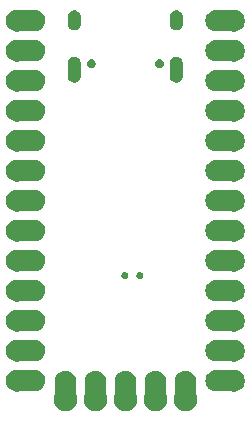
<source format=gbr>
%TF.GenerationSoftware,KiCad,Pcbnew,9.0.7*%
%TF.CreationDate,2026-01-28T18:20:07-05:00*%
%TF.ProjectId,DIPSTICKPRO_2354,44495053-5449-4434-9b50-524f5f323335,0*%
%TF.SameCoordinates,Original*%
%TF.FileFunction,Soldermask,Bot*%
%TF.FilePolarity,Negative*%
%FSLAX46Y46*%
G04 Gerber Fmt 4.6, Leading zero omitted, Abs format (unit mm)*
G04 Created by KiCad (PCBNEW 9.0.7) date 2026-01-28 18:20:07*
%MOMM*%
%LPD*%
G01*
G04 APERTURE LIST*
G04 APERTURE END LIST*
G36*
X-70782757Y43693021D02*
G01*
X-70781470Y43692871D01*
X-70781461Y43692870D01*
X-70608695Y43672675D01*
X-70608689Y43672674D01*
X-70606348Y43672400D01*
X-70594913Y43669829D01*
X-70592674Y43669072D01*
X-70592670Y43669071D01*
X-70428331Y43613506D01*
X-70428326Y43613504D01*
X-70426094Y43612749D01*
X-70415444Y43607853D01*
X-70262205Y43516883D01*
X-70252808Y43509878D01*
X-70251079Y43508282D01*
X-70251075Y43508279D01*
X-70174543Y43437634D01*
X-70121861Y43389004D01*
X-70114128Y43380196D01*
X-70011209Y43234712D01*
X-70005478Y43224488D01*
X-69935097Y43060768D01*
X-69931621Y43049575D01*
X-69896876Y42874875D01*
X-69895800Y42863951D01*
X-69895800Y42861745D01*
X-69895800Y41728308D01*
X-69894288Y41720701D01*
X-69832103Y41570575D01*
X-69793820Y41378115D01*
X-69793820Y41181885D01*
X-69832103Y40989425D01*
X-69907197Y40808132D01*
X-70016217Y40644972D01*
X-70154972Y40506217D01*
X-70318132Y40397197D01*
X-70499425Y40322103D01*
X-70691885Y40283820D01*
X-70888115Y40283820D01*
X-71080575Y40322103D01*
X-71261868Y40397197D01*
X-71425028Y40506217D01*
X-71563783Y40644972D01*
X-71672803Y40808132D01*
X-71747897Y40989425D01*
X-71786180Y41181885D01*
X-71786180Y41378115D01*
X-71747897Y41570575D01*
X-71685713Y41720701D01*
X-71684200Y41728308D01*
X-71684200Y42861851D01*
X-71684200Y42863803D01*
X-71683363Y42873447D01*
X-71683029Y42875360D01*
X-71683028Y42875367D01*
X-71652918Y43047596D01*
X-71652916Y43047605D01*
X-71652496Y43050004D01*
X-71649117Y43061677D01*
X-71648185Y43063942D01*
X-71581712Y43225418D01*
X-71581709Y43225425D01*
X-71580780Y43227680D01*
X-71574962Y43238349D01*
X-71573572Y43240347D01*
X-71573563Y43240363D01*
X-71473828Y43383689D01*
X-71473821Y43383698D01*
X-71472425Y43385703D01*
X-71464443Y43394866D01*
X-71332531Y43516630D01*
X-71322760Y43523855D01*
X-71320652Y43525085D01*
X-71320643Y43525091D01*
X-71169805Y43613062D01*
X-71169796Y43613067D01*
X-71167687Y43614296D01*
X-71156587Y43619243D01*
X-71154262Y43619990D01*
X-71154251Y43619994D01*
X-70987994Y43673353D01*
X-70987980Y43673356D01*
X-70985655Y43674102D01*
X-70973749Y43676538D01*
X-70971312Y43676766D01*
X-70971310Y43676766D01*
X-70796840Y43693060D01*
X-70796836Y43693061D01*
X-70795799Y43693157D01*
X-70790592Y43693400D01*
X-70789259Y43693400D01*
X-70782757Y43693021D01*
G37*
G36*
X-68242757Y43693021D02*
G01*
X-68241470Y43692871D01*
X-68241461Y43692870D01*
X-68068695Y43672675D01*
X-68068689Y43672674D01*
X-68066348Y43672400D01*
X-68054913Y43669829D01*
X-68052674Y43669072D01*
X-68052670Y43669071D01*
X-67888331Y43613506D01*
X-67888326Y43613504D01*
X-67886094Y43612749D01*
X-67875444Y43607853D01*
X-67722205Y43516883D01*
X-67712808Y43509878D01*
X-67711079Y43508282D01*
X-67711075Y43508279D01*
X-67634543Y43437634D01*
X-67581861Y43389004D01*
X-67574128Y43380196D01*
X-67471209Y43234712D01*
X-67465478Y43224488D01*
X-67395097Y43060768D01*
X-67391621Y43049575D01*
X-67356876Y42874875D01*
X-67355800Y42863951D01*
X-67355800Y42861745D01*
X-67355800Y41728308D01*
X-67354288Y41720701D01*
X-67292103Y41570575D01*
X-67253820Y41378115D01*
X-67253820Y41181885D01*
X-67292103Y40989425D01*
X-67367197Y40808132D01*
X-67476217Y40644972D01*
X-67614972Y40506217D01*
X-67778132Y40397197D01*
X-67959425Y40322103D01*
X-68151885Y40283820D01*
X-68348115Y40283820D01*
X-68540575Y40322103D01*
X-68721868Y40397197D01*
X-68885028Y40506217D01*
X-69023783Y40644972D01*
X-69132803Y40808132D01*
X-69207897Y40989425D01*
X-69246180Y41181885D01*
X-69246180Y41378115D01*
X-69207897Y41570575D01*
X-69145713Y41720701D01*
X-69144200Y41728308D01*
X-69144200Y42861851D01*
X-69144200Y42863803D01*
X-69143363Y42873447D01*
X-69143029Y42875360D01*
X-69143028Y42875367D01*
X-69112918Y43047596D01*
X-69112916Y43047605D01*
X-69112496Y43050004D01*
X-69109117Y43061677D01*
X-69108185Y43063942D01*
X-69041712Y43225418D01*
X-69041709Y43225425D01*
X-69040780Y43227680D01*
X-69034962Y43238349D01*
X-69033572Y43240347D01*
X-69033563Y43240363D01*
X-68933828Y43383689D01*
X-68933821Y43383698D01*
X-68932425Y43385703D01*
X-68924443Y43394866D01*
X-68792531Y43516630D01*
X-68782760Y43523855D01*
X-68780652Y43525085D01*
X-68780643Y43525091D01*
X-68629805Y43613062D01*
X-68629796Y43613067D01*
X-68627687Y43614296D01*
X-68616587Y43619243D01*
X-68614262Y43619990D01*
X-68614251Y43619994D01*
X-68447994Y43673353D01*
X-68447980Y43673356D01*
X-68445655Y43674102D01*
X-68433749Y43676538D01*
X-68431312Y43676766D01*
X-68431310Y43676766D01*
X-68256840Y43693060D01*
X-68256836Y43693061D01*
X-68255799Y43693157D01*
X-68250592Y43693400D01*
X-68249259Y43693400D01*
X-68242757Y43693021D01*
G37*
G36*
X-65702757Y43693021D02*
G01*
X-65701470Y43692871D01*
X-65701461Y43692870D01*
X-65528695Y43672675D01*
X-65528689Y43672674D01*
X-65526348Y43672400D01*
X-65514913Y43669829D01*
X-65512674Y43669072D01*
X-65512670Y43669071D01*
X-65348331Y43613506D01*
X-65348326Y43613504D01*
X-65346094Y43612749D01*
X-65335444Y43607853D01*
X-65182205Y43516883D01*
X-65172808Y43509878D01*
X-65171079Y43508282D01*
X-65171075Y43508279D01*
X-65094543Y43437634D01*
X-65041861Y43389004D01*
X-65034128Y43380196D01*
X-64931209Y43234712D01*
X-64925478Y43224488D01*
X-64855097Y43060768D01*
X-64851621Y43049575D01*
X-64816876Y42874875D01*
X-64815800Y42863951D01*
X-64815800Y42861745D01*
X-64815800Y41728308D01*
X-64814288Y41720701D01*
X-64752103Y41570575D01*
X-64713820Y41378115D01*
X-64713820Y41181885D01*
X-64752103Y40989425D01*
X-64827197Y40808132D01*
X-64936217Y40644972D01*
X-65074972Y40506217D01*
X-65238132Y40397197D01*
X-65419425Y40322103D01*
X-65611885Y40283820D01*
X-65808115Y40283820D01*
X-66000575Y40322103D01*
X-66181868Y40397197D01*
X-66345028Y40506217D01*
X-66483783Y40644972D01*
X-66592803Y40808132D01*
X-66667897Y40989425D01*
X-66706180Y41181885D01*
X-66706180Y41378115D01*
X-66667897Y41570575D01*
X-66605713Y41720701D01*
X-66604200Y41728308D01*
X-66604200Y42861851D01*
X-66604200Y42863803D01*
X-66603363Y42873447D01*
X-66603029Y42875360D01*
X-66603028Y42875367D01*
X-66572918Y43047596D01*
X-66572916Y43047605D01*
X-66572496Y43050004D01*
X-66569117Y43061677D01*
X-66568185Y43063942D01*
X-66501712Y43225418D01*
X-66501709Y43225425D01*
X-66500780Y43227680D01*
X-66494962Y43238349D01*
X-66493572Y43240347D01*
X-66493563Y43240363D01*
X-66393828Y43383689D01*
X-66393821Y43383698D01*
X-66392425Y43385703D01*
X-66384443Y43394866D01*
X-66252531Y43516630D01*
X-66242760Y43523855D01*
X-66240652Y43525085D01*
X-66240643Y43525091D01*
X-66089805Y43613062D01*
X-66089796Y43613067D01*
X-66087687Y43614296D01*
X-66076587Y43619243D01*
X-66074262Y43619990D01*
X-66074251Y43619994D01*
X-65907994Y43673353D01*
X-65907980Y43673356D01*
X-65905655Y43674102D01*
X-65893749Y43676538D01*
X-65891312Y43676766D01*
X-65891310Y43676766D01*
X-65716840Y43693060D01*
X-65716836Y43693061D01*
X-65715799Y43693157D01*
X-65710592Y43693400D01*
X-65709259Y43693400D01*
X-65702757Y43693021D01*
G37*
G36*
X-63162757Y43693021D02*
G01*
X-63161470Y43692871D01*
X-63161461Y43692870D01*
X-62988695Y43672675D01*
X-62988689Y43672674D01*
X-62986348Y43672400D01*
X-62974913Y43669829D01*
X-62972674Y43669072D01*
X-62972670Y43669071D01*
X-62808331Y43613506D01*
X-62808326Y43613504D01*
X-62806094Y43612749D01*
X-62795444Y43607853D01*
X-62642205Y43516883D01*
X-62632808Y43509878D01*
X-62631079Y43508282D01*
X-62631075Y43508279D01*
X-62554543Y43437634D01*
X-62501861Y43389004D01*
X-62494128Y43380196D01*
X-62391209Y43234712D01*
X-62385478Y43224488D01*
X-62315097Y43060768D01*
X-62311621Y43049575D01*
X-62276876Y42874875D01*
X-62275800Y42863951D01*
X-62275800Y42861745D01*
X-62275800Y41728308D01*
X-62274288Y41720701D01*
X-62212103Y41570575D01*
X-62173820Y41378115D01*
X-62173820Y41181885D01*
X-62212103Y40989425D01*
X-62287197Y40808132D01*
X-62396217Y40644972D01*
X-62534972Y40506217D01*
X-62698132Y40397197D01*
X-62879425Y40322103D01*
X-63071885Y40283820D01*
X-63268115Y40283820D01*
X-63460575Y40322103D01*
X-63641868Y40397197D01*
X-63805028Y40506217D01*
X-63943783Y40644972D01*
X-64052803Y40808132D01*
X-64127897Y40989425D01*
X-64166180Y41181885D01*
X-64166180Y41378115D01*
X-64127897Y41570575D01*
X-64065713Y41720701D01*
X-64064200Y41728308D01*
X-64064200Y42861851D01*
X-64064200Y42863803D01*
X-64063363Y42873447D01*
X-64063029Y42875360D01*
X-64063028Y42875367D01*
X-64032918Y43047596D01*
X-64032916Y43047605D01*
X-64032496Y43050004D01*
X-64029117Y43061677D01*
X-64028185Y43063942D01*
X-63961712Y43225418D01*
X-63961709Y43225425D01*
X-63960780Y43227680D01*
X-63954962Y43238349D01*
X-63953572Y43240347D01*
X-63953563Y43240363D01*
X-63853828Y43383689D01*
X-63853821Y43383698D01*
X-63852425Y43385703D01*
X-63844443Y43394866D01*
X-63712531Y43516630D01*
X-63702760Y43523855D01*
X-63700652Y43525085D01*
X-63700643Y43525091D01*
X-63549805Y43613062D01*
X-63549796Y43613067D01*
X-63547687Y43614296D01*
X-63536587Y43619243D01*
X-63534262Y43619990D01*
X-63534251Y43619994D01*
X-63367994Y43673353D01*
X-63367980Y43673356D01*
X-63365655Y43674102D01*
X-63353749Y43676538D01*
X-63351312Y43676766D01*
X-63351310Y43676766D01*
X-63176840Y43693060D01*
X-63176836Y43693061D01*
X-63175799Y43693157D01*
X-63170592Y43693400D01*
X-63169259Y43693400D01*
X-63162757Y43693021D01*
G37*
G36*
X-60622757Y43693021D02*
G01*
X-60621470Y43692871D01*
X-60621461Y43692870D01*
X-60448695Y43672675D01*
X-60448689Y43672674D01*
X-60446348Y43672400D01*
X-60434913Y43669829D01*
X-60432674Y43669072D01*
X-60432670Y43669071D01*
X-60268331Y43613506D01*
X-60268326Y43613504D01*
X-60266094Y43612749D01*
X-60255444Y43607853D01*
X-60102205Y43516883D01*
X-60092808Y43509878D01*
X-60091079Y43508282D01*
X-60091075Y43508279D01*
X-60014543Y43437634D01*
X-59961861Y43389004D01*
X-59954128Y43380196D01*
X-59851209Y43234712D01*
X-59845478Y43224488D01*
X-59775097Y43060768D01*
X-59771621Y43049575D01*
X-59736876Y42874875D01*
X-59735800Y42863951D01*
X-59735800Y42861745D01*
X-59735800Y41728308D01*
X-59734288Y41720701D01*
X-59672103Y41570575D01*
X-59633820Y41378115D01*
X-59633820Y41181885D01*
X-59672103Y40989425D01*
X-59747197Y40808132D01*
X-59856217Y40644972D01*
X-59994972Y40506217D01*
X-60158132Y40397197D01*
X-60339425Y40322103D01*
X-60531885Y40283820D01*
X-60728115Y40283820D01*
X-60920575Y40322103D01*
X-61101868Y40397197D01*
X-61265028Y40506217D01*
X-61403783Y40644972D01*
X-61512803Y40808132D01*
X-61587897Y40989425D01*
X-61626180Y41181885D01*
X-61626180Y41378115D01*
X-61587897Y41570575D01*
X-61525713Y41720701D01*
X-61524200Y41728308D01*
X-61524200Y42861851D01*
X-61524200Y42863803D01*
X-61523363Y42873447D01*
X-61523029Y42875360D01*
X-61523028Y42875367D01*
X-61492918Y43047596D01*
X-61492916Y43047605D01*
X-61492496Y43050004D01*
X-61489117Y43061677D01*
X-61488185Y43063942D01*
X-61421712Y43225418D01*
X-61421709Y43225425D01*
X-61420780Y43227680D01*
X-61414962Y43238349D01*
X-61413572Y43240347D01*
X-61413563Y43240363D01*
X-61313828Y43383689D01*
X-61313821Y43383698D01*
X-61312425Y43385703D01*
X-61304443Y43394866D01*
X-61172531Y43516630D01*
X-61162760Y43523855D01*
X-61160652Y43525085D01*
X-61160643Y43525091D01*
X-61009805Y43613062D01*
X-61009796Y43613067D01*
X-61007687Y43614296D01*
X-60996587Y43619243D01*
X-60994262Y43619990D01*
X-60994251Y43619994D01*
X-60827994Y43673353D01*
X-60827980Y43673356D01*
X-60825655Y43674102D01*
X-60813749Y43676538D01*
X-60811312Y43676766D01*
X-60811310Y43676766D01*
X-60636840Y43693060D01*
X-60636836Y43693061D01*
X-60635799Y43693157D01*
X-60630592Y43693400D01*
X-60629259Y43693400D01*
X-60622757Y43693021D01*
G37*
G36*
X-74632900Y43736466D02*
G01*
X-74615048Y43740381D01*
X-74613508Y43741500D01*
X-74602192Y43743293D01*
X-74600000Y43744200D01*
X-73316197Y43744200D01*
X-73306553Y43743363D01*
X-73304640Y43743029D01*
X-73304634Y43743028D01*
X-73132405Y43712918D01*
X-73132398Y43712916D01*
X-73129996Y43712496D01*
X-73118323Y43709117D01*
X-73116060Y43708186D01*
X-73116059Y43708185D01*
X-72954583Y43641712D01*
X-72954580Y43641711D01*
X-72952320Y43640780D01*
X-72941651Y43634962D01*
X-72939650Y43633570D01*
X-72939638Y43633563D01*
X-72796312Y43533828D01*
X-72796308Y43533824D01*
X-72794297Y43532425D01*
X-72785134Y43524443D01*
X-72663370Y43392531D01*
X-72656145Y43382760D01*
X-72654912Y43380646D01*
X-72654910Y43380643D01*
X-72573097Y43240363D01*
X-72565704Y43227687D01*
X-72560757Y43216587D01*
X-72560009Y43214254D01*
X-72560007Y43214251D01*
X-72506648Y43047994D01*
X-72506647Y43047989D01*
X-72505898Y43045655D01*
X-72503462Y43033749D01*
X-72486843Y42855799D01*
X-72486600Y42850592D01*
X-72486600Y42849259D01*
X-72486979Y42842757D01*
X-72507600Y42666348D01*
X-72510171Y42654913D01*
X-72567251Y42486094D01*
X-72572147Y42475444D01*
X-72663117Y42322205D01*
X-72670122Y42312808D01*
X-72790996Y42181861D01*
X-72799804Y42174128D01*
X-72945288Y42071209D01*
X-72955512Y42065478D01*
X-73119232Y41995097D01*
X-73130425Y41991621D01*
X-73305125Y41956876D01*
X-73316049Y41955800D01*
X-73318255Y41955800D01*
X-74592873Y41955800D01*
X-74600000Y41955800D01*
X-74619683Y41963953D01*
X-74629113Y41964509D01*
X-74630167Y41964300D01*
X-74631196Y41963873D01*
X-74809236Y41928459D01*
X-74990764Y41928459D01*
X-75168804Y41963873D01*
X-75336513Y42033341D01*
X-75487448Y42134192D01*
X-75615808Y42262552D01*
X-75716659Y42413487D01*
X-75786127Y42581196D01*
X-75821541Y42759236D01*
X-75821541Y42940764D01*
X-75786127Y43118804D01*
X-75716659Y43286513D01*
X-75615808Y43437448D01*
X-75487448Y43565808D01*
X-75336513Y43666659D01*
X-75168804Y43736127D01*
X-74990764Y43771541D01*
X-74809236Y43771541D01*
X-74632900Y43736466D01*
G37*
G36*
X-56251196Y43736127D02*
G01*
X-56083487Y43666659D01*
X-55932552Y43565808D01*
X-55804192Y43437448D01*
X-55703341Y43286513D01*
X-55633873Y43118804D01*
X-55598459Y42940764D01*
X-55598459Y42759236D01*
X-55633873Y42581196D01*
X-55703341Y42413487D01*
X-55804192Y42262552D01*
X-55932552Y42134192D01*
X-56083487Y42033341D01*
X-56251196Y41963873D01*
X-56429236Y41928459D01*
X-56610764Y41928459D01*
X-56787109Y41963536D01*
X-56804967Y41959615D01*
X-56806504Y41958499D01*
X-56817807Y41956709D01*
X-56820000Y41955800D01*
X-56823541Y41955800D01*
X-58101745Y41955800D01*
X-58103951Y41955800D01*
X-58114875Y41956876D01*
X-58289575Y41991621D01*
X-58300768Y41995097D01*
X-58464488Y42065478D01*
X-58474712Y42071209D01*
X-58620196Y42174128D01*
X-58629004Y42181861D01*
X-58677634Y42234543D01*
X-58748279Y42311075D01*
X-58748282Y42311079D01*
X-58749878Y42312808D01*
X-58756883Y42322205D01*
X-58847853Y42475444D01*
X-58852749Y42486094D01*
X-58853504Y42488326D01*
X-58853506Y42488331D01*
X-58909071Y42652670D01*
X-58909072Y42652674D01*
X-58909829Y42654913D01*
X-58912400Y42666348D01*
X-58912674Y42668689D01*
X-58912675Y42668695D01*
X-58932870Y42841461D01*
X-58932871Y42841470D01*
X-58933021Y42842757D01*
X-58933400Y42849259D01*
X-58933400Y42850592D01*
X-58933157Y42855799D01*
X-58932409Y42863803D01*
X-58916766Y43031310D01*
X-58916766Y43031312D01*
X-58916538Y43033749D01*
X-58914102Y43045655D01*
X-58913356Y43047980D01*
X-58913353Y43047994D01*
X-58859994Y43214251D01*
X-58859990Y43214262D01*
X-58859243Y43216587D01*
X-58854296Y43227687D01*
X-58853067Y43229796D01*
X-58853062Y43229805D01*
X-58765091Y43380643D01*
X-58765085Y43380652D01*
X-58763855Y43382760D01*
X-58756630Y43392531D01*
X-58648311Y43509878D01*
X-58636525Y43522646D01*
X-58636524Y43522648D01*
X-58634866Y43524443D01*
X-58625703Y43532425D01*
X-58623698Y43533821D01*
X-58623689Y43533828D01*
X-58480363Y43633563D01*
X-58480347Y43633572D01*
X-58478349Y43634962D01*
X-58467680Y43640780D01*
X-58465425Y43641709D01*
X-58465418Y43641712D01*
X-58303942Y43708185D01*
X-58303939Y43708186D01*
X-58301677Y43709117D01*
X-58290004Y43712496D01*
X-58287605Y43712916D01*
X-58287596Y43712918D01*
X-58115367Y43743028D01*
X-58115360Y43743029D01*
X-58113447Y43743363D01*
X-58103803Y43744200D01*
X-56820000Y43744200D01*
X-56800321Y43736049D01*
X-56790887Y43735492D01*
X-56789829Y43735703D01*
X-56788804Y43736127D01*
X-56610764Y43771541D01*
X-56429236Y43771541D01*
X-56251196Y43736127D01*
G37*
G36*
X-74632900Y46276466D02*
G01*
X-74615048Y46280381D01*
X-74613508Y46281500D01*
X-74602192Y46283293D01*
X-74600000Y46284200D01*
X-73316197Y46284200D01*
X-73306553Y46283363D01*
X-73304640Y46283029D01*
X-73304634Y46283028D01*
X-73132405Y46252918D01*
X-73132398Y46252916D01*
X-73129996Y46252496D01*
X-73118323Y46249117D01*
X-73116060Y46248186D01*
X-73116059Y46248185D01*
X-72954583Y46181712D01*
X-72954580Y46181711D01*
X-72952320Y46180780D01*
X-72941651Y46174962D01*
X-72939650Y46173570D01*
X-72939638Y46173563D01*
X-72796312Y46073828D01*
X-72796308Y46073824D01*
X-72794297Y46072425D01*
X-72785134Y46064443D01*
X-72663370Y45932531D01*
X-72656145Y45922760D01*
X-72654912Y45920646D01*
X-72654910Y45920643D01*
X-72566939Y45769805D01*
X-72565704Y45767687D01*
X-72560757Y45756587D01*
X-72560009Y45754254D01*
X-72560007Y45754251D01*
X-72506648Y45587994D01*
X-72506647Y45587989D01*
X-72505898Y45585655D01*
X-72503462Y45573749D01*
X-72486843Y45395799D01*
X-72486600Y45390592D01*
X-72486600Y45389259D01*
X-72486979Y45382757D01*
X-72507600Y45206348D01*
X-72510171Y45194913D01*
X-72567251Y45026094D01*
X-72572147Y45015444D01*
X-72663117Y44862205D01*
X-72670122Y44852808D01*
X-72790996Y44721861D01*
X-72799804Y44714128D01*
X-72945288Y44611209D01*
X-72955512Y44605478D01*
X-73119232Y44535097D01*
X-73130425Y44531621D01*
X-73305125Y44496876D01*
X-73316049Y44495800D01*
X-73318255Y44495800D01*
X-74592873Y44495800D01*
X-74600000Y44495800D01*
X-74619683Y44503953D01*
X-74629113Y44504509D01*
X-74630167Y44504300D01*
X-74631196Y44503873D01*
X-74809236Y44468459D01*
X-74990764Y44468459D01*
X-75168804Y44503873D01*
X-75336513Y44573341D01*
X-75487448Y44674192D01*
X-75615808Y44802552D01*
X-75716659Y44953487D01*
X-75786127Y45121196D01*
X-75821541Y45299236D01*
X-75821541Y45480764D01*
X-75786127Y45658804D01*
X-75716659Y45826513D01*
X-75615808Y45977448D01*
X-75487448Y46105808D01*
X-75336513Y46206659D01*
X-75168804Y46276127D01*
X-74990764Y46311541D01*
X-74809236Y46311541D01*
X-74632900Y46276466D01*
G37*
G36*
X-56251196Y46276127D02*
G01*
X-56083487Y46206659D01*
X-55932552Y46105808D01*
X-55804192Y45977448D01*
X-55703341Y45826513D01*
X-55633873Y45658804D01*
X-55598459Y45480764D01*
X-55598459Y45299236D01*
X-55633873Y45121196D01*
X-55703341Y44953487D01*
X-55804192Y44802552D01*
X-55932552Y44674192D01*
X-56083487Y44573341D01*
X-56251196Y44503873D01*
X-56429236Y44468459D01*
X-56610764Y44468459D01*
X-56787109Y44503536D01*
X-56804967Y44499615D01*
X-56806504Y44498499D01*
X-56817807Y44496709D01*
X-56820000Y44495800D01*
X-56823541Y44495800D01*
X-58101745Y44495800D01*
X-58103951Y44495800D01*
X-58114875Y44496876D01*
X-58289575Y44531621D01*
X-58300768Y44535097D01*
X-58464488Y44605478D01*
X-58474712Y44611209D01*
X-58620196Y44714128D01*
X-58629004Y44721861D01*
X-58703616Y44802691D01*
X-58748279Y44851075D01*
X-58748282Y44851079D01*
X-58749878Y44852808D01*
X-58756883Y44862205D01*
X-58847853Y45015444D01*
X-58852749Y45026094D01*
X-58853504Y45028326D01*
X-58853506Y45028331D01*
X-58909071Y45192670D01*
X-58909072Y45192674D01*
X-58909829Y45194913D01*
X-58912400Y45206348D01*
X-58912674Y45208689D01*
X-58912675Y45208695D01*
X-58932870Y45381461D01*
X-58932871Y45381470D01*
X-58933021Y45382757D01*
X-58933400Y45389259D01*
X-58933400Y45390592D01*
X-58933157Y45395799D01*
X-58916538Y45573749D01*
X-58914102Y45585655D01*
X-58913356Y45587980D01*
X-58913353Y45587994D01*
X-58859994Y45754251D01*
X-58859990Y45754262D01*
X-58859243Y45756587D01*
X-58854296Y45767687D01*
X-58853067Y45769796D01*
X-58853062Y45769805D01*
X-58765091Y45920643D01*
X-58765085Y45920652D01*
X-58763855Y45922760D01*
X-58756630Y45932531D01*
X-58634866Y46064443D01*
X-58625703Y46072425D01*
X-58623698Y46073821D01*
X-58623689Y46073828D01*
X-58480363Y46173563D01*
X-58480347Y46173572D01*
X-58478349Y46174962D01*
X-58467680Y46180780D01*
X-58465425Y46181709D01*
X-58465418Y46181712D01*
X-58303942Y46248185D01*
X-58303939Y46248186D01*
X-58301677Y46249117D01*
X-58290004Y46252496D01*
X-58287605Y46252916D01*
X-58287596Y46252918D01*
X-58115367Y46283028D01*
X-58115360Y46283029D01*
X-58113447Y46283363D01*
X-58103803Y46284200D01*
X-56820000Y46284200D01*
X-56800321Y46276049D01*
X-56790887Y46275492D01*
X-56789829Y46275703D01*
X-56788804Y46276127D01*
X-56610764Y46311541D01*
X-56429236Y46311541D01*
X-56251196Y46276127D01*
G37*
G36*
X-74632900Y48816466D02*
G01*
X-74615048Y48820381D01*
X-74613508Y48821500D01*
X-74602192Y48823293D01*
X-74600000Y48824200D01*
X-73316197Y48824200D01*
X-73306553Y48823363D01*
X-73304640Y48823029D01*
X-73304634Y48823028D01*
X-73132405Y48792918D01*
X-73132398Y48792916D01*
X-73129996Y48792496D01*
X-73118323Y48789117D01*
X-73116060Y48788186D01*
X-73116059Y48788185D01*
X-72954583Y48721712D01*
X-72954580Y48721711D01*
X-72952320Y48720780D01*
X-72941651Y48714962D01*
X-72939650Y48713570D01*
X-72939638Y48713563D01*
X-72796312Y48613828D01*
X-72796308Y48613824D01*
X-72794297Y48612425D01*
X-72785134Y48604443D01*
X-72663370Y48472531D01*
X-72656145Y48462760D01*
X-72654912Y48460646D01*
X-72654910Y48460643D01*
X-72566939Y48309805D01*
X-72565704Y48307687D01*
X-72560757Y48296587D01*
X-72560009Y48294254D01*
X-72560007Y48294251D01*
X-72506648Y48127994D01*
X-72506647Y48127989D01*
X-72505898Y48125655D01*
X-72503462Y48113749D01*
X-72486843Y47935799D01*
X-72486600Y47930592D01*
X-72486600Y47929259D01*
X-72486979Y47922757D01*
X-72507600Y47746348D01*
X-72510171Y47734913D01*
X-72567251Y47566094D01*
X-72572147Y47555444D01*
X-72663117Y47402205D01*
X-72670122Y47392808D01*
X-72790996Y47261861D01*
X-72799804Y47254128D01*
X-72945288Y47151209D01*
X-72955512Y47145478D01*
X-73119232Y47075097D01*
X-73130425Y47071621D01*
X-73305125Y47036876D01*
X-73316049Y47035800D01*
X-73318255Y47035800D01*
X-74592873Y47035800D01*
X-74600000Y47035800D01*
X-74619683Y47043953D01*
X-74629113Y47044509D01*
X-74630167Y47044300D01*
X-74631196Y47043873D01*
X-74809236Y47008459D01*
X-74990764Y47008459D01*
X-75168804Y47043873D01*
X-75336513Y47113341D01*
X-75487448Y47214192D01*
X-75615808Y47342552D01*
X-75716659Y47493487D01*
X-75786127Y47661196D01*
X-75821541Y47839236D01*
X-75821541Y48020764D01*
X-75786127Y48198804D01*
X-75716659Y48366513D01*
X-75615808Y48517448D01*
X-75487448Y48645808D01*
X-75336513Y48746659D01*
X-75168804Y48816127D01*
X-74990764Y48851541D01*
X-74809236Y48851541D01*
X-74632900Y48816466D01*
G37*
G36*
X-56251196Y48816127D02*
G01*
X-56083487Y48746659D01*
X-55932552Y48645808D01*
X-55804192Y48517448D01*
X-55703341Y48366513D01*
X-55633873Y48198804D01*
X-55598459Y48020764D01*
X-55598459Y47839236D01*
X-55633873Y47661196D01*
X-55703341Y47493487D01*
X-55804192Y47342552D01*
X-55932552Y47214192D01*
X-56083487Y47113341D01*
X-56251196Y47043873D01*
X-56429236Y47008459D01*
X-56610764Y47008459D01*
X-56787109Y47043536D01*
X-56804967Y47039615D01*
X-56806504Y47038499D01*
X-56817807Y47036709D01*
X-56820000Y47035800D01*
X-56823541Y47035800D01*
X-58101745Y47035800D01*
X-58103951Y47035800D01*
X-58114875Y47036876D01*
X-58289575Y47071621D01*
X-58300768Y47075097D01*
X-58464488Y47145478D01*
X-58474712Y47151209D01*
X-58620196Y47254128D01*
X-58629004Y47261861D01*
X-58703616Y47342691D01*
X-58748279Y47391075D01*
X-58748282Y47391079D01*
X-58749878Y47392808D01*
X-58756883Y47402205D01*
X-58847853Y47555444D01*
X-58852749Y47566094D01*
X-58853504Y47568326D01*
X-58853506Y47568331D01*
X-58909071Y47732670D01*
X-58909072Y47732674D01*
X-58909829Y47734913D01*
X-58912400Y47746348D01*
X-58912674Y47748689D01*
X-58912675Y47748695D01*
X-58932870Y47921461D01*
X-58932871Y47921470D01*
X-58933021Y47922757D01*
X-58933400Y47929259D01*
X-58933400Y47930592D01*
X-58933157Y47935799D01*
X-58916538Y48113749D01*
X-58914102Y48125655D01*
X-58913356Y48127980D01*
X-58913353Y48127994D01*
X-58859994Y48294251D01*
X-58859990Y48294262D01*
X-58859243Y48296587D01*
X-58854296Y48307687D01*
X-58853067Y48309796D01*
X-58853062Y48309805D01*
X-58765091Y48460643D01*
X-58765085Y48460652D01*
X-58763855Y48462760D01*
X-58756630Y48472531D01*
X-58634866Y48604443D01*
X-58625703Y48612425D01*
X-58623698Y48613821D01*
X-58623689Y48613828D01*
X-58480363Y48713563D01*
X-58480347Y48713572D01*
X-58478349Y48714962D01*
X-58467680Y48720780D01*
X-58465425Y48721709D01*
X-58465418Y48721712D01*
X-58303942Y48788185D01*
X-58303939Y48788186D01*
X-58301677Y48789117D01*
X-58290004Y48792496D01*
X-58287605Y48792916D01*
X-58287596Y48792918D01*
X-58115367Y48823028D01*
X-58115360Y48823029D01*
X-58113447Y48823363D01*
X-58103803Y48824200D01*
X-56820000Y48824200D01*
X-56800321Y48816049D01*
X-56790887Y48815492D01*
X-56789829Y48815703D01*
X-56788804Y48816127D01*
X-56610764Y48851541D01*
X-56429236Y48851541D01*
X-56251196Y48816127D01*
G37*
G36*
X-74632900Y51356466D02*
G01*
X-74615048Y51360381D01*
X-74613508Y51361500D01*
X-74602192Y51363293D01*
X-74600000Y51364200D01*
X-73316197Y51364200D01*
X-73306553Y51363363D01*
X-73304640Y51363029D01*
X-73304634Y51363028D01*
X-73132405Y51332918D01*
X-73132398Y51332916D01*
X-73129996Y51332496D01*
X-73118323Y51329117D01*
X-73116060Y51328186D01*
X-73116059Y51328185D01*
X-72954583Y51261712D01*
X-72954580Y51261711D01*
X-72952320Y51260780D01*
X-72941651Y51254962D01*
X-72939650Y51253570D01*
X-72939638Y51253563D01*
X-72796312Y51153828D01*
X-72796308Y51153824D01*
X-72794297Y51152425D01*
X-72785134Y51144443D01*
X-72663370Y51012531D01*
X-72656145Y51002760D01*
X-72654912Y51000646D01*
X-72654910Y51000643D01*
X-72566939Y50849805D01*
X-72565704Y50847687D01*
X-72560757Y50836587D01*
X-72560009Y50834254D01*
X-72560007Y50834251D01*
X-72506648Y50667994D01*
X-72506647Y50667989D01*
X-72505898Y50665655D01*
X-72503462Y50653749D01*
X-72486843Y50475799D01*
X-72486600Y50470592D01*
X-72486600Y50469259D01*
X-72486979Y50462757D01*
X-72507600Y50286348D01*
X-72510171Y50274913D01*
X-72567251Y50106094D01*
X-72572147Y50095444D01*
X-72663117Y49942205D01*
X-72670122Y49932808D01*
X-72790996Y49801861D01*
X-72799804Y49794128D01*
X-72945288Y49691209D01*
X-72955512Y49685478D01*
X-73119232Y49615097D01*
X-73130425Y49611621D01*
X-73305125Y49576876D01*
X-73316049Y49575800D01*
X-73318255Y49575800D01*
X-74592873Y49575800D01*
X-74600000Y49575800D01*
X-74619683Y49583953D01*
X-74629113Y49584509D01*
X-74630167Y49584300D01*
X-74631196Y49583873D01*
X-74809236Y49548459D01*
X-74990764Y49548459D01*
X-75168804Y49583873D01*
X-75336513Y49653341D01*
X-75487448Y49754192D01*
X-75615808Y49882552D01*
X-75716659Y50033487D01*
X-75786127Y50201196D01*
X-75821541Y50379236D01*
X-75821541Y50560764D01*
X-75786127Y50738804D01*
X-75716659Y50906513D01*
X-75615808Y51057448D01*
X-75487448Y51185808D01*
X-75336513Y51286659D01*
X-75168804Y51356127D01*
X-74990764Y51391541D01*
X-74809236Y51391541D01*
X-74632900Y51356466D01*
G37*
G36*
X-56251196Y51356127D02*
G01*
X-56083487Y51286659D01*
X-55932552Y51185808D01*
X-55804192Y51057448D01*
X-55703341Y50906513D01*
X-55633873Y50738804D01*
X-55598459Y50560764D01*
X-55598459Y50379236D01*
X-55633873Y50201196D01*
X-55703341Y50033487D01*
X-55804192Y49882552D01*
X-55932552Y49754192D01*
X-56083487Y49653341D01*
X-56251196Y49583873D01*
X-56429236Y49548459D01*
X-56610764Y49548459D01*
X-56787109Y49583536D01*
X-56804967Y49579615D01*
X-56806504Y49578499D01*
X-56817807Y49576709D01*
X-56820000Y49575800D01*
X-56823541Y49575800D01*
X-58101745Y49575800D01*
X-58103951Y49575800D01*
X-58114875Y49576876D01*
X-58289575Y49611621D01*
X-58300768Y49615097D01*
X-58464488Y49685478D01*
X-58474712Y49691209D01*
X-58620196Y49794128D01*
X-58629004Y49801861D01*
X-58703616Y49882691D01*
X-58748279Y49931075D01*
X-58748282Y49931079D01*
X-58749878Y49932808D01*
X-58756883Y49942205D01*
X-58847853Y50095444D01*
X-58852749Y50106094D01*
X-58853504Y50108326D01*
X-58853506Y50108331D01*
X-58909071Y50272670D01*
X-58909072Y50272674D01*
X-58909829Y50274913D01*
X-58912400Y50286348D01*
X-58912674Y50288689D01*
X-58912675Y50288695D01*
X-58932870Y50461461D01*
X-58932871Y50461470D01*
X-58933021Y50462757D01*
X-58933400Y50469259D01*
X-58933400Y50470592D01*
X-58933157Y50475799D01*
X-58916538Y50653749D01*
X-58914102Y50665655D01*
X-58913356Y50667980D01*
X-58913353Y50667994D01*
X-58859994Y50834251D01*
X-58859990Y50834262D01*
X-58859243Y50836587D01*
X-58854296Y50847687D01*
X-58853067Y50849796D01*
X-58853062Y50849805D01*
X-58765091Y51000643D01*
X-58765085Y51000652D01*
X-58763855Y51002760D01*
X-58756630Y51012531D01*
X-58634866Y51144443D01*
X-58625703Y51152425D01*
X-58623698Y51153821D01*
X-58623689Y51153828D01*
X-58480363Y51253563D01*
X-58480347Y51253572D01*
X-58478349Y51254962D01*
X-58467680Y51260780D01*
X-58465425Y51261709D01*
X-58465418Y51261712D01*
X-58303942Y51328185D01*
X-58303939Y51328186D01*
X-58301677Y51329117D01*
X-58290004Y51332496D01*
X-58287605Y51332916D01*
X-58287596Y51332918D01*
X-58115367Y51363028D01*
X-58115360Y51363029D01*
X-58113447Y51363363D01*
X-58103803Y51364200D01*
X-56820000Y51364200D01*
X-56800321Y51356049D01*
X-56790887Y51355492D01*
X-56789829Y51355703D01*
X-56788804Y51356127D01*
X-56610764Y51391541D01*
X-56429236Y51391541D01*
X-56251196Y51356127D01*
G37*
G36*
X-65645612Y52018088D02*
G01*
X-65577563Y51978799D01*
X-65522001Y51923237D01*
X-65482712Y51855188D01*
X-65462375Y51779288D01*
X-65462375Y51700712D01*
X-65482712Y51624812D01*
X-65522001Y51556763D01*
X-65577563Y51501201D01*
X-65645612Y51461912D01*
X-65721512Y51441575D01*
X-65800088Y51441575D01*
X-65875988Y51461912D01*
X-65944037Y51501201D01*
X-65999599Y51556763D01*
X-66038888Y51624812D01*
X-66059225Y51700712D01*
X-66059225Y51779288D01*
X-66038888Y51855188D01*
X-65999599Y51923237D01*
X-65944037Y51978799D01*
X-65875988Y52018088D01*
X-65800088Y52038425D01*
X-65721512Y52038425D01*
X-65645612Y52018088D01*
G37*
G36*
X-64375612Y52018088D02*
G01*
X-64307563Y51978799D01*
X-64252001Y51923237D01*
X-64212712Y51855188D01*
X-64192375Y51779288D01*
X-64192375Y51700712D01*
X-64212712Y51624812D01*
X-64252001Y51556763D01*
X-64307563Y51501201D01*
X-64375612Y51461912D01*
X-64451512Y51441575D01*
X-64530088Y51441575D01*
X-64605988Y51461912D01*
X-64674037Y51501201D01*
X-64729599Y51556763D01*
X-64768888Y51624812D01*
X-64789225Y51700712D01*
X-64789225Y51779288D01*
X-64768888Y51855188D01*
X-64729599Y51923237D01*
X-64674037Y51978799D01*
X-64605988Y52018088D01*
X-64530088Y52038425D01*
X-64451512Y52038425D01*
X-64375612Y52018088D01*
G37*
G36*
X-74632900Y53896466D02*
G01*
X-74615048Y53900381D01*
X-74613508Y53901500D01*
X-74602192Y53903293D01*
X-74600000Y53904200D01*
X-73316197Y53904200D01*
X-73306553Y53903363D01*
X-73304640Y53903029D01*
X-73304634Y53903028D01*
X-73132405Y53872918D01*
X-73132398Y53872916D01*
X-73129996Y53872496D01*
X-73118323Y53869117D01*
X-73116060Y53868186D01*
X-73116059Y53868185D01*
X-72954583Y53801712D01*
X-72954580Y53801711D01*
X-72952320Y53800780D01*
X-72941651Y53794962D01*
X-72939650Y53793570D01*
X-72939638Y53793563D01*
X-72796312Y53693828D01*
X-72796308Y53693824D01*
X-72794297Y53692425D01*
X-72785134Y53684443D01*
X-72663370Y53552531D01*
X-72656145Y53542760D01*
X-72654912Y53540646D01*
X-72654910Y53540643D01*
X-72566939Y53389805D01*
X-72565704Y53387687D01*
X-72560757Y53376587D01*
X-72560009Y53374254D01*
X-72560007Y53374251D01*
X-72506648Y53207994D01*
X-72506647Y53207989D01*
X-72505898Y53205655D01*
X-72503462Y53193749D01*
X-72486843Y53015799D01*
X-72486600Y53010592D01*
X-72486600Y53009259D01*
X-72486979Y53002757D01*
X-72507600Y52826348D01*
X-72510171Y52814913D01*
X-72567251Y52646094D01*
X-72572147Y52635444D01*
X-72663117Y52482205D01*
X-72670122Y52472808D01*
X-72790996Y52341861D01*
X-72799804Y52334128D01*
X-72945288Y52231209D01*
X-72955512Y52225478D01*
X-73119232Y52155097D01*
X-73130425Y52151621D01*
X-73305125Y52116876D01*
X-73316049Y52115800D01*
X-73318255Y52115800D01*
X-74592873Y52115800D01*
X-74600000Y52115800D01*
X-74619683Y52123953D01*
X-74629113Y52124509D01*
X-74630167Y52124300D01*
X-74631196Y52123873D01*
X-74809236Y52088459D01*
X-74990764Y52088459D01*
X-75168804Y52123873D01*
X-75336513Y52193341D01*
X-75487448Y52294192D01*
X-75615808Y52422552D01*
X-75716659Y52573487D01*
X-75786127Y52741196D01*
X-75821541Y52919236D01*
X-75821541Y53100764D01*
X-75786127Y53278804D01*
X-75716659Y53446513D01*
X-75615808Y53597448D01*
X-75487448Y53725808D01*
X-75336513Y53826659D01*
X-75168804Y53896127D01*
X-74990764Y53931541D01*
X-74809236Y53931541D01*
X-74632900Y53896466D01*
G37*
G36*
X-56251196Y53896127D02*
G01*
X-56083487Y53826659D01*
X-55932552Y53725808D01*
X-55804192Y53597448D01*
X-55703341Y53446513D01*
X-55633873Y53278804D01*
X-55598459Y53100764D01*
X-55598459Y52919236D01*
X-55633873Y52741196D01*
X-55703341Y52573487D01*
X-55804192Y52422552D01*
X-55932552Y52294192D01*
X-56083487Y52193341D01*
X-56251196Y52123873D01*
X-56429236Y52088459D01*
X-56610764Y52088459D01*
X-56787109Y52123536D01*
X-56804967Y52119615D01*
X-56806504Y52118499D01*
X-56817807Y52116709D01*
X-56820000Y52115800D01*
X-56823541Y52115800D01*
X-58101745Y52115800D01*
X-58103951Y52115800D01*
X-58114875Y52116876D01*
X-58289575Y52151621D01*
X-58300768Y52155097D01*
X-58464488Y52225478D01*
X-58474712Y52231209D01*
X-58620196Y52334128D01*
X-58629004Y52341861D01*
X-58703616Y52422691D01*
X-58748279Y52471075D01*
X-58748282Y52471079D01*
X-58749878Y52472808D01*
X-58756883Y52482205D01*
X-58847853Y52635444D01*
X-58852749Y52646094D01*
X-58853504Y52648326D01*
X-58853506Y52648331D01*
X-58909071Y52812670D01*
X-58909072Y52812674D01*
X-58909829Y52814913D01*
X-58912400Y52826348D01*
X-58912674Y52828689D01*
X-58912675Y52828695D01*
X-58932870Y53001461D01*
X-58932871Y53001470D01*
X-58933021Y53002757D01*
X-58933400Y53009259D01*
X-58933400Y53010592D01*
X-58933157Y53015799D01*
X-58916538Y53193749D01*
X-58914102Y53205655D01*
X-58913356Y53207980D01*
X-58913353Y53207994D01*
X-58859994Y53374251D01*
X-58859990Y53374262D01*
X-58859243Y53376587D01*
X-58854296Y53387687D01*
X-58853067Y53389796D01*
X-58853062Y53389805D01*
X-58765091Y53540643D01*
X-58765085Y53540652D01*
X-58763855Y53542760D01*
X-58756630Y53552531D01*
X-58634866Y53684443D01*
X-58625703Y53692425D01*
X-58623698Y53693821D01*
X-58623689Y53693828D01*
X-58480363Y53793563D01*
X-58480347Y53793572D01*
X-58478349Y53794962D01*
X-58467680Y53800780D01*
X-58465425Y53801709D01*
X-58465418Y53801712D01*
X-58303942Y53868185D01*
X-58303939Y53868186D01*
X-58301677Y53869117D01*
X-58290004Y53872496D01*
X-58287605Y53872916D01*
X-58287596Y53872918D01*
X-58115367Y53903028D01*
X-58115360Y53903029D01*
X-58113447Y53903363D01*
X-58103803Y53904200D01*
X-56820000Y53904200D01*
X-56800321Y53896049D01*
X-56790887Y53895492D01*
X-56789829Y53895703D01*
X-56788804Y53896127D01*
X-56610764Y53931541D01*
X-56429236Y53931541D01*
X-56251196Y53896127D01*
G37*
G36*
X-74632900Y56436466D02*
G01*
X-74615048Y56440381D01*
X-74613508Y56441500D01*
X-74602192Y56443293D01*
X-74600000Y56444200D01*
X-73316197Y56444200D01*
X-73306553Y56443363D01*
X-73304640Y56443029D01*
X-73304634Y56443028D01*
X-73132405Y56412918D01*
X-73132398Y56412916D01*
X-73129996Y56412496D01*
X-73118323Y56409117D01*
X-73116060Y56408186D01*
X-73116059Y56408185D01*
X-72954583Y56341712D01*
X-72954580Y56341711D01*
X-72952320Y56340780D01*
X-72941651Y56334962D01*
X-72939650Y56333570D01*
X-72939638Y56333563D01*
X-72796312Y56233828D01*
X-72796308Y56233824D01*
X-72794297Y56232425D01*
X-72785134Y56224443D01*
X-72663370Y56092531D01*
X-72656145Y56082760D01*
X-72654912Y56080646D01*
X-72654910Y56080643D01*
X-72566939Y55929805D01*
X-72565704Y55927687D01*
X-72560757Y55916587D01*
X-72560009Y55914254D01*
X-72560007Y55914251D01*
X-72506648Y55747994D01*
X-72506647Y55747989D01*
X-72505898Y55745655D01*
X-72503462Y55733749D01*
X-72486843Y55555799D01*
X-72486600Y55550592D01*
X-72486600Y55549259D01*
X-72486979Y55542757D01*
X-72507600Y55366348D01*
X-72510171Y55354913D01*
X-72567251Y55186094D01*
X-72572147Y55175444D01*
X-72663117Y55022205D01*
X-72670122Y55012808D01*
X-72790996Y54881861D01*
X-72799804Y54874128D01*
X-72945288Y54771209D01*
X-72955512Y54765478D01*
X-73119232Y54695097D01*
X-73130425Y54691621D01*
X-73305125Y54656876D01*
X-73316049Y54655800D01*
X-73318255Y54655800D01*
X-74592873Y54655800D01*
X-74600000Y54655800D01*
X-74619683Y54663953D01*
X-74629113Y54664509D01*
X-74630167Y54664300D01*
X-74631196Y54663873D01*
X-74809236Y54628459D01*
X-74990764Y54628459D01*
X-75168804Y54663873D01*
X-75336513Y54733341D01*
X-75487448Y54834192D01*
X-75615808Y54962552D01*
X-75716659Y55113487D01*
X-75786127Y55281196D01*
X-75821541Y55459236D01*
X-75821541Y55640764D01*
X-75786127Y55818804D01*
X-75716659Y55986513D01*
X-75615808Y56137448D01*
X-75487448Y56265808D01*
X-75336513Y56366659D01*
X-75168804Y56436127D01*
X-74990764Y56471541D01*
X-74809236Y56471541D01*
X-74632900Y56436466D01*
G37*
G36*
X-56251196Y56436127D02*
G01*
X-56083487Y56366659D01*
X-55932552Y56265808D01*
X-55804192Y56137448D01*
X-55703341Y55986513D01*
X-55633873Y55818804D01*
X-55598459Y55640764D01*
X-55598459Y55459236D01*
X-55633873Y55281196D01*
X-55703341Y55113487D01*
X-55804192Y54962552D01*
X-55932552Y54834192D01*
X-56083487Y54733341D01*
X-56251196Y54663873D01*
X-56429236Y54628459D01*
X-56610764Y54628459D01*
X-56787109Y54663536D01*
X-56804967Y54659615D01*
X-56806504Y54658499D01*
X-56817807Y54656709D01*
X-56820000Y54655800D01*
X-56823541Y54655800D01*
X-58101745Y54655800D01*
X-58103951Y54655800D01*
X-58114875Y54656876D01*
X-58289575Y54691621D01*
X-58300768Y54695097D01*
X-58464488Y54765478D01*
X-58474712Y54771209D01*
X-58620196Y54874128D01*
X-58629004Y54881861D01*
X-58703616Y54962691D01*
X-58748279Y55011075D01*
X-58748282Y55011079D01*
X-58749878Y55012808D01*
X-58756883Y55022205D01*
X-58847853Y55175444D01*
X-58852749Y55186094D01*
X-58853504Y55188326D01*
X-58853506Y55188331D01*
X-58909071Y55352670D01*
X-58909072Y55352674D01*
X-58909829Y55354913D01*
X-58912400Y55366348D01*
X-58912674Y55368689D01*
X-58912675Y55368695D01*
X-58932870Y55541461D01*
X-58932871Y55541470D01*
X-58933021Y55542757D01*
X-58933400Y55549259D01*
X-58933400Y55550592D01*
X-58933157Y55555799D01*
X-58916538Y55733749D01*
X-58914102Y55745655D01*
X-58913356Y55747980D01*
X-58913353Y55747994D01*
X-58859994Y55914251D01*
X-58859990Y55914262D01*
X-58859243Y55916587D01*
X-58854296Y55927687D01*
X-58853067Y55929796D01*
X-58853062Y55929805D01*
X-58765091Y56080643D01*
X-58765085Y56080652D01*
X-58763855Y56082760D01*
X-58756630Y56092531D01*
X-58634866Y56224443D01*
X-58625703Y56232425D01*
X-58623698Y56233821D01*
X-58623689Y56233828D01*
X-58480363Y56333563D01*
X-58480347Y56333572D01*
X-58478349Y56334962D01*
X-58467680Y56340780D01*
X-58465425Y56341709D01*
X-58465418Y56341712D01*
X-58303942Y56408185D01*
X-58303939Y56408186D01*
X-58301677Y56409117D01*
X-58290004Y56412496D01*
X-58287605Y56412916D01*
X-58287596Y56412918D01*
X-58115367Y56443028D01*
X-58115360Y56443029D01*
X-58113447Y56443363D01*
X-58103803Y56444200D01*
X-56820000Y56444200D01*
X-56800321Y56436049D01*
X-56790887Y56435492D01*
X-56789829Y56435703D01*
X-56788804Y56436127D01*
X-56610764Y56471541D01*
X-56429236Y56471541D01*
X-56251196Y56436127D01*
G37*
G36*
X-74632900Y58976466D02*
G01*
X-74615048Y58980381D01*
X-74613508Y58981500D01*
X-74602192Y58983293D01*
X-74600000Y58984200D01*
X-73316197Y58984200D01*
X-73306553Y58983363D01*
X-73304640Y58983029D01*
X-73304634Y58983028D01*
X-73132405Y58952918D01*
X-73132398Y58952916D01*
X-73129996Y58952496D01*
X-73118323Y58949117D01*
X-73116060Y58948186D01*
X-73116059Y58948185D01*
X-72954583Y58881712D01*
X-72954580Y58881711D01*
X-72952320Y58880780D01*
X-72941651Y58874962D01*
X-72939650Y58873570D01*
X-72939638Y58873563D01*
X-72796312Y58773828D01*
X-72796308Y58773824D01*
X-72794297Y58772425D01*
X-72785134Y58764443D01*
X-72663370Y58632531D01*
X-72656145Y58622760D01*
X-72654912Y58620646D01*
X-72654910Y58620643D01*
X-72566939Y58469805D01*
X-72565704Y58467687D01*
X-72560757Y58456587D01*
X-72560009Y58454254D01*
X-72560007Y58454251D01*
X-72506648Y58287994D01*
X-72506647Y58287989D01*
X-72505898Y58285655D01*
X-72503462Y58273749D01*
X-72486843Y58095799D01*
X-72486600Y58090592D01*
X-72486600Y58089259D01*
X-72486979Y58082757D01*
X-72507600Y57906348D01*
X-72510171Y57894913D01*
X-72567251Y57726094D01*
X-72572147Y57715444D01*
X-72663117Y57562205D01*
X-72670122Y57552808D01*
X-72790996Y57421861D01*
X-72799804Y57414128D01*
X-72945288Y57311209D01*
X-72955512Y57305478D01*
X-73119232Y57235097D01*
X-73130425Y57231621D01*
X-73305125Y57196876D01*
X-73316049Y57195800D01*
X-73318255Y57195800D01*
X-74592873Y57195800D01*
X-74600000Y57195800D01*
X-74619683Y57203953D01*
X-74629113Y57204509D01*
X-74630167Y57204300D01*
X-74631196Y57203873D01*
X-74809236Y57168459D01*
X-74990764Y57168459D01*
X-75168804Y57203873D01*
X-75336513Y57273341D01*
X-75487448Y57374192D01*
X-75615808Y57502552D01*
X-75716659Y57653487D01*
X-75786127Y57821196D01*
X-75821541Y57999236D01*
X-75821541Y58180764D01*
X-75786127Y58358804D01*
X-75716659Y58526513D01*
X-75615808Y58677448D01*
X-75487448Y58805808D01*
X-75336513Y58906659D01*
X-75168804Y58976127D01*
X-74990764Y59011541D01*
X-74809236Y59011541D01*
X-74632900Y58976466D01*
G37*
G36*
X-56251196Y58976127D02*
G01*
X-56083487Y58906659D01*
X-55932552Y58805808D01*
X-55804192Y58677448D01*
X-55703341Y58526513D01*
X-55633873Y58358804D01*
X-55598459Y58180764D01*
X-55598459Y57999236D01*
X-55633873Y57821196D01*
X-55703341Y57653487D01*
X-55804192Y57502552D01*
X-55932552Y57374192D01*
X-56083487Y57273341D01*
X-56251196Y57203873D01*
X-56429236Y57168459D01*
X-56610764Y57168459D01*
X-56787109Y57203536D01*
X-56804967Y57199615D01*
X-56806504Y57198499D01*
X-56817807Y57196709D01*
X-56820000Y57195800D01*
X-56823541Y57195800D01*
X-58101745Y57195800D01*
X-58103951Y57195800D01*
X-58114875Y57196876D01*
X-58289575Y57231621D01*
X-58300768Y57235097D01*
X-58464488Y57305478D01*
X-58474712Y57311209D01*
X-58620196Y57414128D01*
X-58629004Y57421861D01*
X-58703616Y57502691D01*
X-58748279Y57551075D01*
X-58748282Y57551079D01*
X-58749878Y57552808D01*
X-58756883Y57562205D01*
X-58847853Y57715444D01*
X-58852749Y57726094D01*
X-58853504Y57728326D01*
X-58853506Y57728331D01*
X-58909071Y57892670D01*
X-58909072Y57892674D01*
X-58909829Y57894913D01*
X-58912400Y57906348D01*
X-58912674Y57908689D01*
X-58912675Y57908695D01*
X-58932870Y58081461D01*
X-58932871Y58081470D01*
X-58933021Y58082757D01*
X-58933400Y58089259D01*
X-58933400Y58090592D01*
X-58933157Y58095799D01*
X-58916538Y58273749D01*
X-58914102Y58285655D01*
X-58913356Y58287980D01*
X-58913353Y58287994D01*
X-58859994Y58454251D01*
X-58859990Y58454262D01*
X-58859243Y58456587D01*
X-58854296Y58467687D01*
X-58853067Y58469796D01*
X-58853062Y58469805D01*
X-58765091Y58620643D01*
X-58765085Y58620652D01*
X-58763855Y58622760D01*
X-58756630Y58632531D01*
X-58634866Y58764443D01*
X-58625703Y58772425D01*
X-58623698Y58773821D01*
X-58623689Y58773828D01*
X-58480363Y58873563D01*
X-58480347Y58873572D01*
X-58478349Y58874962D01*
X-58467680Y58880780D01*
X-58465425Y58881709D01*
X-58465418Y58881712D01*
X-58303942Y58948185D01*
X-58303939Y58948186D01*
X-58301677Y58949117D01*
X-58290004Y58952496D01*
X-58287605Y58952916D01*
X-58287596Y58952918D01*
X-58115367Y58983028D01*
X-58115360Y58983029D01*
X-58113447Y58983363D01*
X-58103803Y58984200D01*
X-56820000Y58984200D01*
X-56800321Y58976049D01*
X-56790887Y58975492D01*
X-56789829Y58975703D01*
X-56788804Y58976127D01*
X-56610764Y59011541D01*
X-56429236Y59011541D01*
X-56251196Y58976127D01*
G37*
G36*
X-74632900Y61516466D02*
G01*
X-74615048Y61520381D01*
X-74613508Y61521500D01*
X-74602192Y61523293D01*
X-74600000Y61524200D01*
X-73316197Y61524200D01*
X-73306553Y61523363D01*
X-73304640Y61523029D01*
X-73304634Y61523028D01*
X-73132405Y61492918D01*
X-73132398Y61492916D01*
X-73129996Y61492496D01*
X-73118323Y61489117D01*
X-73116060Y61488186D01*
X-73116059Y61488185D01*
X-72954583Y61421712D01*
X-72954580Y61421711D01*
X-72952320Y61420780D01*
X-72941651Y61414962D01*
X-72939650Y61413570D01*
X-72939638Y61413563D01*
X-72796312Y61313828D01*
X-72796308Y61313824D01*
X-72794297Y61312425D01*
X-72785134Y61304443D01*
X-72663370Y61172531D01*
X-72656145Y61162760D01*
X-72654912Y61160646D01*
X-72654910Y61160643D01*
X-72566939Y61009805D01*
X-72565704Y61007687D01*
X-72560757Y60996587D01*
X-72560009Y60994254D01*
X-72560007Y60994251D01*
X-72506648Y60827994D01*
X-72506647Y60827989D01*
X-72505898Y60825655D01*
X-72503462Y60813749D01*
X-72486843Y60635799D01*
X-72486600Y60630592D01*
X-72486600Y60629259D01*
X-72486979Y60622757D01*
X-72507600Y60446348D01*
X-72510171Y60434913D01*
X-72567251Y60266094D01*
X-72572147Y60255444D01*
X-72663117Y60102205D01*
X-72670122Y60092808D01*
X-72790996Y59961861D01*
X-72799804Y59954128D01*
X-72945288Y59851209D01*
X-72955512Y59845478D01*
X-73119232Y59775097D01*
X-73130425Y59771621D01*
X-73305125Y59736876D01*
X-73316049Y59735800D01*
X-73318255Y59735800D01*
X-74592873Y59735800D01*
X-74600000Y59735800D01*
X-74619683Y59743953D01*
X-74629113Y59744509D01*
X-74630167Y59744300D01*
X-74631196Y59743873D01*
X-74809236Y59708459D01*
X-74990764Y59708459D01*
X-75168804Y59743873D01*
X-75336513Y59813341D01*
X-75487448Y59914192D01*
X-75615808Y60042552D01*
X-75716659Y60193487D01*
X-75786127Y60361196D01*
X-75821541Y60539236D01*
X-75821541Y60720764D01*
X-75786127Y60898804D01*
X-75716659Y61066513D01*
X-75615808Y61217448D01*
X-75487448Y61345808D01*
X-75336513Y61446659D01*
X-75168804Y61516127D01*
X-74990764Y61551541D01*
X-74809236Y61551541D01*
X-74632900Y61516466D01*
G37*
G36*
X-56251196Y61516127D02*
G01*
X-56083487Y61446659D01*
X-55932552Y61345808D01*
X-55804192Y61217448D01*
X-55703341Y61066513D01*
X-55633873Y60898804D01*
X-55598459Y60720764D01*
X-55598459Y60539236D01*
X-55633873Y60361196D01*
X-55703341Y60193487D01*
X-55804192Y60042552D01*
X-55932552Y59914192D01*
X-56083487Y59813341D01*
X-56251196Y59743873D01*
X-56429236Y59708459D01*
X-56610764Y59708459D01*
X-56787109Y59743536D01*
X-56804967Y59739615D01*
X-56806504Y59738499D01*
X-56817807Y59736709D01*
X-56820000Y59735800D01*
X-56823541Y59735800D01*
X-58101745Y59735800D01*
X-58103951Y59735800D01*
X-58114875Y59736876D01*
X-58289575Y59771621D01*
X-58300768Y59775097D01*
X-58464488Y59845478D01*
X-58474712Y59851209D01*
X-58620196Y59954128D01*
X-58629004Y59961861D01*
X-58703616Y60042691D01*
X-58748279Y60091075D01*
X-58748282Y60091079D01*
X-58749878Y60092808D01*
X-58756883Y60102205D01*
X-58847853Y60255444D01*
X-58852749Y60266094D01*
X-58853504Y60268326D01*
X-58853506Y60268331D01*
X-58909071Y60432670D01*
X-58909072Y60432674D01*
X-58909829Y60434913D01*
X-58912400Y60446348D01*
X-58912674Y60448689D01*
X-58912675Y60448695D01*
X-58932870Y60621461D01*
X-58932871Y60621470D01*
X-58933021Y60622757D01*
X-58933400Y60629259D01*
X-58933400Y60630592D01*
X-58933157Y60635799D01*
X-58916538Y60813749D01*
X-58914102Y60825655D01*
X-58913356Y60827980D01*
X-58913353Y60827994D01*
X-58859994Y60994251D01*
X-58859990Y60994262D01*
X-58859243Y60996587D01*
X-58854296Y61007687D01*
X-58853067Y61009796D01*
X-58853062Y61009805D01*
X-58765091Y61160643D01*
X-58765085Y61160652D01*
X-58763855Y61162760D01*
X-58756630Y61172531D01*
X-58634866Y61304443D01*
X-58625703Y61312425D01*
X-58623698Y61313821D01*
X-58623689Y61313828D01*
X-58480363Y61413563D01*
X-58480347Y61413572D01*
X-58478349Y61414962D01*
X-58467680Y61420780D01*
X-58465425Y61421709D01*
X-58465418Y61421712D01*
X-58303942Y61488185D01*
X-58303939Y61488186D01*
X-58301677Y61489117D01*
X-58290004Y61492496D01*
X-58287605Y61492916D01*
X-58287596Y61492918D01*
X-58115367Y61523028D01*
X-58115360Y61523029D01*
X-58113447Y61523363D01*
X-58103803Y61524200D01*
X-56820000Y61524200D01*
X-56800321Y61516049D01*
X-56790887Y61515492D01*
X-56789829Y61515703D01*
X-56788804Y61516127D01*
X-56610764Y61551541D01*
X-56429236Y61551541D01*
X-56251196Y61516127D01*
G37*
G36*
X-74632900Y64056466D02*
G01*
X-74615048Y64060381D01*
X-74613508Y64061500D01*
X-74602192Y64063293D01*
X-74600000Y64064200D01*
X-73316197Y64064200D01*
X-73306553Y64063363D01*
X-73304640Y64063029D01*
X-73304634Y64063028D01*
X-73132405Y64032918D01*
X-73132398Y64032916D01*
X-73129996Y64032496D01*
X-73118323Y64029117D01*
X-73116060Y64028186D01*
X-73116059Y64028185D01*
X-72954583Y63961712D01*
X-72954580Y63961711D01*
X-72952320Y63960780D01*
X-72941651Y63954962D01*
X-72939650Y63953570D01*
X-72939638Y63953563D01*
X-72796312Y63853828D01*
X-72796308Y63853824D01*
X-72794297Y63852425D01*
X-72785134Y63844443D01*
X-72663370Y63712531D01*
X-72656145Y63702760D01*
X-72654912Y63700646D01*
X-72654910Y63700643D01*
X-72566939Y63549805D01*
X-72565704Y63547687D01*
X-72560757Y63536587D01*
X-72560009Y63534254D01*
X-72560007Y63534251D01*
X-72506648Y63367994D01*
X-72506647Y63367989D01*
X-72505898Y63365655D01*
X-72503462Y63353749D01*
X-72486843Y63175799D01*
X-72486600Y63170592D01*
X-72486600Y63169259D01*
X-72486979Y63162757D01*
X-72507600Y62986348D01*
X-72510171Y62974913D01*
X-72567251Y62806094D01*
X-72572147Y62795444D01*
X-72663117Y62642205D01*
X-72670122Y62632808D01*
X-72790996Y62501861D01*
X-72799804Y62494128D01*
X-72945288Y62391209D01*
X-72955512Y62385478D01*
X-73119232Y62315097D01*
X-73130425Y62311621D01*
X-73305125Y62276876D01*
X-73316049Y62275800D01*
X-73318255Y62275800D01*
X-74592873Y62275800D01*
X-74600000Y62275800D01*
X-74619683Y62283953D01*
X-74629113Y62284509D01*
X-74630167Y62284300D01*
X-74631196Y62283873D01*
X-74809236Y62248459D01*
X-74990764Y62248459D01*
X-75168804Y62283873D01*
X-75336513Y62353341D01*
X-75487448Y62454192D01*
X-75615808Y62582552D01*
X-75716659Y62733487D01*
X-75786127Y62901196D01*
X-75821541Y63079236D01*
X-75821541Y63260764D01*
X-75786127Y63438804D01*
X-75716659Y63606513D01*
X-75615808Y63757448D01*
X-75487448Y63885808D01*
X-75336513Y63986659D01*
X-75168804Y64056127D01*
X-74990764Y64091541D01*
X-74809236Y64091541D01*
X-74632900Y64056466D01*
G37*
G36*
X-56251196Y64056127D02*
G01*
X-56083487Y63986659D01*
X-55932552Y63885808D01*
X-55804192Y63757448D01*
X-55703341Y63606513D01*
X-55633873Y63438804D01*
X-55598459Y63260764D01*
X-55598459Y63079236D01*
X-55633873Y62901196D01*
X-55703341Y62733487D01*
X-55804192Y62582552D01*
X-55932552Y62454192D01*
X-56083487Y62353341D01*
X-56251196Y62283873D01*
X-56429236Y62248459D01*
X-56610764Y62248459D01*
X-56787109Y62283536D01*
X-56804967Y62279615D01*
X-56806504Y62278499D01*
X-56817807Y62276709D01*
X-56820000Y62275800D01*
X-56823541Y62275800D01*
X-58101745Y62275800D01*
X-58103951Y62275800D01*
X-58114875Y62276876D01*
X-58289575Y62311621D01*
X-58300768Y62315097D01*
X-58464488Y62385478D01*
X-58474712Y62391209D01*
X-58620196Y62494128D01*
X-58629004Y62501861D01*
X-58703616Y62582691D01*
X-58748279Y62631075D01*
X-58748282Y62631079D01*
X-58749878Y62632808D01*
X-58756883Y62642205D01*
X-58847853Y62795444D01*
X-58852749Y62806094D01*
X-58853504Y62808326D01*
X-58853506Y62808331D01*
X-58909071Y62972670D01*
X-58909072Y62972674D01*
X-58909829Y62974913D01*
X-58912400Y62986348D01*
X-58912674Y62988689D01*
X-58912675Y62988695D01*
X-58932870Y63161461D01*
X-58932871Y63161470D01*
X-58933021Y63162757D01*
X-58933400Y63169259D01*
X-58933400Y63170592D01*
X-58933157Y63175799D01*
X-58916538Y63353749D01*
X-58914102Y63365655D01*
X-58913356Y63367980D01*
X-58913353Y63367994D01*
X-58859994Y63534251D01*
X-58859990Y63534262D01*
X-58859243Y63536587D01*
X-58854296Y63547687D01*
X-58853067Y63549796D01*
X-58853062Y63549805D01*
X-58765091Y63700643D01*
X-58765085Y63700652D01*
X-58763855Y63702760D01*
X-58756630Y63712531D01*
X-58634866Y63844443D01*
X-58625703Y63852425D01*
X-58623698Y63853821D01*
X-58623689Y63853828D01*
X-58480363Y63953563D01*
X-58480347Y63953572D01*
X-58478349Y63954962D01*
X-58467680Y63960780D01*
X-58465425Y63961709D01*
X-58465418Y63961712D01*
X-58303942Y64028185D01*
X-58303939Y64028186D01*
X-58301677Y64029117D01*
X-58290004Y64032496D01*
X-58287605Y64032916D01*
X-58287596Y64032918D01*
X-58115367Y64063028D01*
X-58115360Y64063029D01*
X-58113447Y64063363D01*
X-58103803Y64064200D01*
X-56820000Y64064200D01*
X-56800321Y64056049D01*
X-56790887Y64055492D01*
X-56789829Y64055703D01*
X-56788804Y64056127D01*
X-56610764Y64091541D01*
X-56429236Y64091541D01*
X-56251196Y64056127D01*
G37*
G36*
X-74632900Y66596466D02*
G01*
X-74615048Y66600381D01*
X-74613508Y66601500D01*
X-74602192Y66603293D01*
X-74600000Y66604200D01*
X-73316197Y66604200D01*
X-73306553Y66603363D01*
X-73304640Y66603029D01*
X-73304634Y66603028D01*
X-73132405Y66572918D01*
X-73132398Y66572916D01*
X-73129996Y66572496D01*
X-73118323Y66569117D01*
X-73116060Y66568186D01*
X-73116059Y66568185D01*
X-72954583Y66501712D01*
X-72954580Y66501711D01*
X-72952320Y66500780D01*
X-72941651Y66494962D01*
X-72939650Y66493570D01*
X-72939638Y66493563D01*
X-72796312Y66393828D01*
X-72796308Y66393824D01*
X-72794297Y66392425D01*
X-72785134Y66384443D01*
X-72663370Y66252531D01*
X-72656145Y66242760D01*
X-72654912Y66240646D01*
X-72654910Y66240643D01*
X-72566939Y66089805D01*
X-72565704Y66087687D01*
X-72560757Y66076587D01*
X-72560009Y66074254D01*
X-72560007Y66074251D01*
X-72506648Y65907994D01*
X-72506647Y65907989D01*
X-72505898Y65905655D01*
X-72503462Y65893749D01*
X-72486843Y65715799D01*
X-72486600Y65710592D01*
X-72486600Y65709259D01*
X-72486979Y65702757D01*
X-72507600Y65526348D01*
X-72510171Y65514913D01*
X-72567251Y65346094D01*
X-72572147Y65335444D01*
X-72663117Y65182205D01*
X-72670122Y65172808D01*
X-72790996Y65041861D01*
X-72799804Y65034128D01*
X-72945288Y64931209D01*
X-72955512Y64925478D01*
X-73119232Y64855097D01*
X-73130425Y64851621D01*
X-73305125Y64816876D01*
X-73316049Y64815800D01*
X-73318255Y64815800D01*
X-74592873Y64815800D01*
X-74600000Y64815800D01*
X-74619683Y64823953D01*
X-74629113Y64824509D01*
X-74630167Y64824300D01*
X-74631196Y64823873D01*
X-74809236Y64788459D01*
X-74990764Y64788459D01*
X-75168804Y64823873D01*
X-75336513Y64893341D01*
X-75487448Y64994192D01*
X-75615808Y65122552D01*
X-75716659Y65273487D01*
X-75786127Y65441196D01*
X-75821541Y65619236D01*
X-75821541Y65800764D01*
X-75786127Y65978804D01*
X-75716659Y66146513D01*
X-75615808Y66297448D01*
X-75487448Y66425808D01*
X-75336513Y66526659D01*
X-75168804Y66596127D01*
X-74990764Y66631541D01*
X-74809236Y66631541D01*
X-74632900Y66596466D01*
G37*
G36*
X-56251196Y66596127D02*
G01*
X-56083487Y66526659D01*
X-55932552Y66425808D01*
X-55804192Y66297448D01*
X-55703341Y66146513D01*
X-55633873Y65978804D01*
X-55598459Y65800764D01*
X-55598459Y65619236D01*
X-55633873Y65441196D01*
X-55703341Y65273487D01*
X-55804192Y65122552D01*
X-55932552Y64994192D01*
X-56083487Y64893341D01*
X-56251196Y64823873D01*
X-56429236Y64788459D01*
X-56610764Y64788459D01*
X-56787109Y64823536D01*
X-56804967Y64819615D01*
X-56806504Y64818499D01*
X-56817807Y64816709D01*
X-56820000Y64815800D01*
X-56823541Y64815800D01*
X-58101745Y64815800D01*
X-58103951Y64815800D01*
X-58114875Y64816876D01*
X-58289575Y64851621D01*
X-58300768Y64855097D01*
X-58464488Y64925478D01*
X-58474712Y64931209D01*
X-58620196Y65034128D01*
X-58629004Y65041861D01*
X-58703616Y65122691D01*
X-58748279Y65171075D01*
X-58748282Y65171079D01*
X-58749878Y65172808D01*
X-58756883Y65182205D01*
X-58847853Y65335444D01*
X-58852749Y65346094D01*
X-58853504Y65348326D01*
X-58853506Y65348331D01*
X-58909071Y65512670D01*
X-58909072Y65512674D01*
X-58909829Y65514913D01*
X-58912400Y65526348D01*
X-58912674Y65528689D01*
X-58912675Y65528695D01*
X-58932870Y65701461D01*
X-58932871Y65701470D01*
X-58933021Y65702757D01*
X-58933400Y65709259D01*
X-58933400Y65710592D01*
X-58933157Y65715799D01*
X-58916538Y65893749D01*
X-58914102Y65905655D01*
X-58913356Y65907980D01*
X-58913353Y65907994D01*
X-58859994Y66074251D01*
X-58859990Y66074262D01*
X-58859243Y66076587D01*
X-58854296Y66087687D01*
X-58853067Y66089796D01*
X-58853062Y66089805D01*
X-58765091Y66240643D01*
X-58765085Y66240652D01*
X-58763855Y66242760D01*
X-58756630Y66252531D01*
X-58634866Y66384443D01*
X-58625703Y66392425D01*
X-58623698Y66393821D01*
X-58623689Y66393828D01*
X-58480363Y66493563D01*
X-58480347Y66493572D01*
X-58478349Y66494962D01*
X-58467680Y66500780D01*
X-58465425Y66501709D01*
X-58465418Y66501712D01*
X-58303942Y66568185D01*
X-58303939Y66568186D01*
X-58301677Y66569117D01*
X-58290004Y66572496D01*
X-58287605Y66572916D01*
X-58287596Y66572918D01*
X-58115367Y66603028D01*
X-58115360Y66603029D01*
X-58113447Y66603363D01*
X-58103803Y66604200D01*
X-56820000Y66604200D01*
X-56800321Y66596049D01*
X-56790887Y66595492D01*
X-56789829Y66595703D01*
X-56788804Y66596127D01*
X-56610764Y66631541D01*
X-56429236Y66631541D01*
X-56251196Y66596127D01*
G37*
G36*
X-74632900Y69136466D02*
G01*
X-74615048Y69140381D01*
X-74613508Y69141500D01*
X-74602192Y69143293D01*
X-74600000Y69144200D01*
X-73316197Y69144200D01*
X-73306553Y69143363D01*
X-73304640Y69143029D01*
X-73304634Y69143028D01*
X-73132405Y69112918D01*
X-73132398Y69112916D01*
X-73129996Y69112496D01*
X-73118323Y69109117D01*
X-73116060Y69108186D01*
X-73116059Y69108185D01*
X-72954583Y69041712D01*
X-72954580Y69041711D01*
X-72952320Y69040780D01*
X-72941651Y69034962D01*
X-72939650Y69033570D01*
X-72939638Y69033563D01*
X-72796312Y68933828D01*
X-72796308Y68933824D01*
X-72794297Y68932425D01*
X-72785134Y68924443D01*
X-72663370Y68792531D01*
X-72656145Y68782760D01*
X-72654912Y68780646D01*
X-72654910Y68780643D01*
X-72566939Y68629805D01*
X-72565704Y68627687D01*
X-72560757Y68616587D01*
X-72560009Y68614254D01*
X-72560007Y68614251D01*
X-72506648Y68447994D01*
X-72506647Y68447989D01*
X-72505898Y68445655D01*
X-72503462Y68433749D01*
X-72486843Y68255799D01*
X-72486600Y68250592D01*
X-72486600Y68249259D01*
X-72486979Y68242757D01*
X-72507600Y68066348D01*
X-72510171Y68054913D01*
X-72567251Y67886094D01*
X-72572147Y67875444D01*
X-72663117Y67722205D01*
X-72670122Y67712808D01*
X-72790996Y67581861D01*
X-72799804Y67574128D01*
X-72945288Y67471209D01*
X-72955512Y67465478D01*
X-73119232Y67395097D01*
X-73130425Y67391621D01*
X-73305125Y67356876D01*
X-73316049Y67355800D01*
X-73318255Y67355800D01*
X-74592873Y67355800D01*
X-74600000Y67355800D01*
X-74619683Y67363953D01*
X-74629113Y67364509D01*
X-74630167Y67364300D01*
X-74631196Y67363873D01*
X-74809236Y67328459D01*
X-74990764Y67328459D01*
X-75168804Y67363873D01*
X-75336513Y67433341D01*
X-75487448Y67534192D01*
X-75615808Y67662552D01*
X-75716659Y67813487D01*
X-75786127Y67981196D01*
X-75821541Y68159236D01*
X-75821541Y68340764D01*
X-75786127Y68518804D01*
X-75716659Y68686513D01*
X-75615808Y68837448D01*
X-75487448Y68965808D01*
X-75336513Y69066659D01*
X-75168804Y69136127D01*
X-74990764Y69171541D01*
X-74809236Y69171541D01*
X-74632900Y69136466D01*
G37*
G36*
X-56251196Y69136127D02*
G01*
X-56083487Y69066659D01*
X-55932552Y68965808D01*
X-55804192Y68837448D01*
X-55703341Y68686513D01*
X-55633873Y68518804D01*
X-55598459Y68340764D01*
X-55598459Y68159236D01*
X-55633873Y67981196D01*
X-55703341Y67813487D01*
X-55804192Y67662552D01*
X-55932552Y67534192D01*
X-56083487Y67433341D01*
X-56251196Y67363873D01*
X-56429236Y67328459D01*
X-56610764Y67328459D01*
X-56787109Y67363536D01*
X-56804967Y67359615D01*
X-56806504Y67358499D01*
X-56817807Y67356709D01*
X-56820000Y67355800D01*
X-56823541Y67355800D01*
X-58101745Y67355800D01*
X-58103951Y67355800D01*
X-58114875Y67356876D01*
X-58289575Y67391621D01*
X-58300768Y67395097D01*
X-58464488Y67465478D01*
X-58474712Y67471209D01*
X-58620196Y67574128D01*
X-58629004Y67581861D01*
X-58703616Y67662691D01*
X-58748279Y67711075D01*
X-58748282Y67711079D01*
X-58749878Y67712808D01*
X-58756883Y67722205D01*
X-58847853Y67875444D01*
X-58852749Y67886094D01*
X-58853504Y67888326D01*
X-58853506Y67888331D01*
X-58909071Y68052670D01*
X-58909072Y68052674D01*
X-58909829Y68054913D01*
X-58912400Y68066348D01*
X-58912674Y68068689D01*
X-58912675Y68068695D01*
X-58932870Y68241461D01*
X-58932871Y68241470D01*
X-58933021Y68242757D01*
X-58933400Y68249259D01*
X-58933400Y68250592D01*
X-58933157Y68255799D01*
X-58916538Y68433749D01*
X-58914102Y68445655D01*
X-58913356Y68447980D01*
X-58913353Y68447994D01*
X-58859994Y68614251D01*
X-58859990Y68614262D01*
X-58859243Y68616587D01*
X-58854296Y68627687D01*
X-58853067Y68629796D01*
X-58853062Y68629805D01*
X-58765091Y68780643D01*
X-58765085Y68780652D01*
X-58763855Y68782760D01*
X-58756630Y68792531D01*
X-58634866Y68924443D01*
X-58625703Y68932425D01*
X-58623698Y68933821D01*
X-58623689Y68933828D01*
X-58480363Y69033563D01*
X-58480347Y69033572D01*
X-58478349Y69034962D01*
X-58467680Y69040780D01*
X-58465425Y69041709D01*
X-58465418Y69041712D01*
X-58303942Y69108185D01*
X-58303939Y69108186D01*
X-58301677Y69109117D01*
X-58290004Y69112496D01*
X-58287605Y69112916D01*
X-58287596Y69112918D01*
X-58115367Y69143028D01*
X-58115360Y69143029D01*
X-58113447Y69143363D01*
X-58103803Y69144200D01*
X-56820000Y69144200D01*
X-56800321Y69136049D01*
X-56790887Y69135492D01*
X-56789829Y69135703D01*
X-56788804Y69136127D01*
X-56610764Y69171541D01*
X-56429236Y69171541D01*
X-56251196Y69136127D01*
G37*
G36*
X-69817141Y70234058D02*
G01*
X-69692572Y70162138D01*
X-69590862Y70060428D01*
X-69518942Y69935859D01*
X-69481714Y69796920D01*
X-69477000Y69725000D01*
X-69477000Y68625000D01*
X-69481714Y68553080D01*
X-69518942Y68414141D01*
X-69590862Y68289572D01*
X-69692572Y68187862D01*
X-69817141Y68115942D01*
X-69956080Y68078714D01*
X-70099920Y68078714D01*
X-70238859Y68115942D01*
X-70363428Y68187862D01*
X-70465138Y68289572D01*
X-70537058Y68414141D01*
X-70574286Y68553080D01*
X-70579000Y68625000D01*
X-70579000Y69725000D01*
X-70574286Y69796920D01*
X-70537058Y69935859D01*
X-70465138Y70060428D01*
X-70363428Y70162138D01*
X-70238859Y70234058D01*
X-70099920Y70271286D01*
X-69956080Y70271286D01*
X-69817141Y70234058D01*
G37*
G36*
X-61181141Y70234058D02*
G01*
X-61056572Y70162138D01*
X-60954862Y70060428D01*
X-60882942Y69935859D01*
X-60845714Y69796920D01*
X-60841000Y69725000D01*
X-60841000Y68625000D01*
X-60845714Y68553080D01*
X-60882942Y68414141D01*
X-60954862Y68289572D01*
X-61056572Y68187862D01*
X-61181141Y68115942D01*
X-61320080Y68078714D01*
X-61463920Y68078714D01*
X-61602859Y68115942D01*
X-61727428Y68187862D01*
X-61829138Y68289572D01*
X-61901058Y68414141D01*
X-61938286Y68553080D01*
X-61943000Y68625000D01*
X-61943000Y69725000D01*
X-61938286Y69796920D01*
X-61901058Y69935859D01*
X-61829138Y70060428D01*
X-61727428Y70162138D01*
X-61602859Y70234058D01*
X-61463920Y70271286D01*
X-61320080Y70271286D01*
X-61181141Y70234058D01*
G37*
G36*
X-68456111Y70052379D02*
G01*
X-68371106Y70003301D01*
X-68301699Y69933894D01*
X-68252621Y69848889D01*
X-68227217Y69754078D01*
X-68227217Y69655922D01*
X-68252621Y69561111D01*
X-68301699Y69476106D01*
X-68371106Y69406699D01*
X-68456111Y69357621D01*
X-68550922Y69332217D01*
X-68649078Y69332217D01*
X-68743889Y69357621D01*
X-68828894Y69406699D01*
X-68898301Y69476106D01*
X-68947379Y69561111D01*
X-68972783Y69655922D01*
X-68972783Y69754078D01*
X-68947379Y69848889D01*
X-68898301Y69933894D01*
X-68828894Y70003301D01*
X-68743889Y70052379D01*
X-68649078Y70077783D01*
X-68550922Y70077783D01*
X-68456111Y70052379D01*
G37*
G36*
X-62676111Y70052379D02*
G01*
X-62591106Y70003301D01*
X-62521699Y69933894D01*
X-62472621Y69848889D01*
X-62447217Y69754078D01*
X-62447217Y69655922D01*
X-62472621Y69561111D01*
X-62521699Y69476106D01*
X-62591106Y69406699D01*
X-62676111Y69357621D01*
X-62770922Y69332217D01*
X-62869078Y69332217D01*
X-62963889Y69357621D01*
X-63048894Y69406699D01*
X-63118301Y69476106D01*
X-63167379Y69561111D01*
X-63192783Y69655922D01*
X-63192783Y69754078D01*
X-63167379Y69848889D01*
X-63118301Y69933894D01*
X-63048894Y70003301D01*
X-62963889Y70052379D01*
X-62869078Y70077783D01*
X-62770922Y70077783D01*
X-62676111Y70052379D01*
G37*
G36*
X-74632900Y71676466D02*
G01*
X-74615048Y71680381D01*
X-74613508Y71681500D01*
X-74602192Y71683293D01*
X-74600000Y71684200D01*
X-73316197Y71684200D01*
X-73306553Y71683363D01*
X-73304640Y71683029D01*
X-73304634Y71683028D01*
X-73132405Y71652918D01*
X-73132398Y71652916D01*
X-73129996Y71652496D01*
X-73118323Y71649117D01*
X-73116060Y71648186D01*
X-73116059Y71648185D01*
X-72954583Y71581712D01*
X-72954580Y71581711D01*
X-72952320Y71580780D01*
X-72941651Y71574962D01*
X-72939650Y71573570D01*
X-72939638Y71573563D01*
X-72796312Y71473828D01*
X-72796308Y71473824D01*
X-72794297Y71472425D01*
X-72785134Y71464443D01*
X-72663370Y71332531D01*
X-72656145Y71322760D01*
X-72654912Y71320646D01*
X-72654910Y71320643D01*
X-72566939Y71169805D01*
X-72565704Y71167687D01*
X-72560757Y71156587D01*
X-72560009Y71154254D01*
X-72560007Y71154251D01*
X-72506648Y70987994D01*
X-72506647Y70987989D01*
X-72505898Y70985655D01*
X-72503462Y70973749D01*
X-72486843Y70795799D01*
X-72486600Y70790592D01*
X-72486600Y70789259D01*
X-72486979Y70782757D01*
X-72507600Y70606348D01*
X-72510171Y70594913D01*
X-72567251Y70426094D01*
X-72572147Y70415444D01*
X-72663117Y70262205D01*
X-72670122Y70252808D01*
X-72790996Y70121861D01*
X-72799804Y70114128D01*
X-72945288Y70011209D01*
X-72955512Y70005478D01*
X-73119232Y69935097D01*
X-73130425Y69931621D01*
X-73305125Y69896876D01*
X-73316049Y69895800D01*
X-73318255Y69895800D01*
X-74592873Y69895800D01*
X-74600000Y69895800D01*
X-74619683Y69903953D01*
X-74629113Y69904509D01*
X-74630167Y69904300D01*
X-74631196Y69903873D01*
X-74809236Y69868459D01*
X-74990764Y69868459D01*
X-75168804Y69903873D01*
X-75336513Y69973341D01*
X-75487448Y70074192D01*
X-75615808Y70202552D01*
X-75716659Y70353487D01*
X-75786127Y70521196D01*
X-75821541Y70699236D01*
X-75821541Y70880764D01*
X-75786127Y71058804D01*
X-75716659Y71226513D01*
X-75615808Y71377448D01*
X-75487448Y71505808D01*
X-75336513Y71606659D01*
X-75168804Y71676127D01*
X-74990764Y71711541D01*
X-74809236Y71711541D01*
X-74632900Y71676466D01*
G37*
G36*
X-56251196Y71676127D02*
G01*
X-56083487Y71606659D01*
X-55932552Y71505808D01*
X-55804192Y71377448D01*
X-55703341Y71226513D01*
X-55633873Y71058804D01*
X-55598459Y70880764D01*
X-55598459Y70699236D01*
X-55633873Y70521196D01*
X-55703341Y70353487D01*
X-55804192Y70202552D01*
X-55932552Y70074192D01*
X-56083487Y69973341D01*
X-56251196Y69903873D01*
X-56429236Y69868459D01*
X-56610764Y69868459D01*
X-56787109Y69903536D01*
X-56804967Y69899615D01*
X-56806504Y69898499D01*
X-56817807Y69896709D01*
X-56820000Y69895800D01*
X-56823541Y69895800D01*
X-58101745Y69895800D01*
X-58103951Y69895800D01*
X-58114875Y69896876D01*
X-58289575Y69931621D01*
X-58300768Y69935097D01*
X-58464488Y70005478D01*
X-58474712Y70011209D01*
X-58620196Y70114128D01*
X-58629004Y70121861D01*
X-58703616Y70202691D01*
X-58748279Y70251075D01*
X-58748282Y70251079D01*
X-58749878Y70252808D01*
X-58756883Y70262205D01*
X-58847853Y70415444D01*
X-58852749Y70426094D01*
X-58853504Y70428326D01*
X-58853506Y70428331D01*
X-58909071Y70592670D01*
X-58909072Y70592674D01*
X-58909829Y70594913D01*
X-58912400Y70606348D01*
X-58912674Y70608689D01*
X-58912675Y70608695D01*
X-58932870Y70781461D01*
X-58932871Y70781470D01*
X-58933021Y70782757D01*
X-58933400Y70789259D01*
X-58933400Y70790592D01*
X-58933157Y70795799D01*
X-58916538Y70973749D01*
X-58914102Y70985655D01*
X-58913356Y70987980D01*
X-58913353Y70987994D01*
X-58859994Y71154251D01*
X-58859990Y71154262D01*
X-58859243Y71156587D01*
X-58854296Y71167687D01*
X-58853067Y71169796D01*
X-58853062Y71169805D01*
X-58765091Y71320643D01*
X-58765085Y71320652D01*
X-58763855Y71322760D01*
X-58756630Y71332531D01*
X-58634866Y71464443D01*
X-58625703Y71472425D01*
X-58623698Y71473821D01*
X-58623689Y71473828D01*
X-58480363Y71573563D01*
X-58480347Y71573572D01*
X-58478349Y71574962D01*
X-58467680Y71580780D01*
X-58465425Y71581709D01*
X-58465418Y71581712D01*
X-58303942Y71648185D01*
X-58303939Y71648186D01*
X-58301677Y71649117D01*
X-58290004Y71652496D01*
X-58287605Y71652916D01*
X-58287596Y71652918D01*
X-58115367Y71683028D01*
X-58115360Y71683029D01*
X-58113447Y71683363D01*
X-58103803Y71684200D01*
X-56820000Y71684200D01*
X-56800321Y71676049D01*
X-56790887Y71675492D01*
X-56789829Y71675703D01*
X-56788804Y71676127D01*
X-56610764Y71711541D01*
X-56429236Y71711541D01*
X-56251196Y71676127D01*
G37*
G36*
X-74632900Y74216466D02*
G01*
X-74615048Y74220381D01*
X-74613508Y74221500D01*
X-74602192Y74223293D01*
X-74600000Y74224200D01*
X-73316197Y74224200D01*
X-73306553Y74223363D01*
X-73304640Y74223029D01*
X-73304634Y74223028D01*
X-73132405Y74192918D01*
X-73132398Y74192916D01*
X-73129996Y74192496D01*
X-73118323Y74189117D01*
X-73116060Y74188186D01*
X-73116059Y74188185D01*
X-72954583Y74121712D01*
X-72954580Y74121711D01*
X-72952320Y74120780D01*
X-72941651Y74114962D01*
X-72939650Y74113570D01*
X-72939638Y74113563D01*
X-72796312Y74013828D01*
X-72796308Y74013824D01*
X-72794297Y74012425D01*
X-72785134Y74004443D01*
X-72663370Y73872531D01*
X-72656145Y73862760D01*
X-72654912Y73860646D01*
X-72654910Y73860643D01*
X-72576921Y73726920D01*
X-72565704Y73707687D01*
X-72560757Y73696587D01*
X-72560009Y73694254D01*
X-72560007Y73694251D01*
X-72506648Y73527994D01*
X-72506647Y73527989D01*
X-72505898Y73525655D01*
X-72503462Y73513749D01*
X-72486843Y73335799D01*
X-72486600Y73330592D01*
X-72486600Y73329259D01*
X-72486979Y73322757D01*
X-72507600Y73146348D01*
X-72510171Y73134913D01*
X-72567251Y72966094D01*
X-72572147Y72955444D01*
X-72663117Y72802205D01*
X-72670122Y72792808D01*
X-72790996Y72661861D01*
X-72799804Y72654128D01*
X-72945288Y72551209D01*
X-72955512Y72545478D01*
X-73119232Y72475097D01*
X-73130425Y72471621D01*
X-73305125Y72436876D01*
X-73316049Y72435800D01*
X-73318255Y72435800D01*
X-74592873Y72435800D01*
X-74600000Y72435800D01*
X-74619683Y72443953D01*
X-74629113Y72444509D01*
X-74630167Y72444300D01*
X-74631196Y72443873D01*
X-74809236Y72408459D01*
X-74990764Y72408459D01*
X-75168804Y72443873D01*
X-75336513Y72513341D01*
X-75487448Y72614192D01*
X-75615808Y72742552D01*
X-75716659Y72893487D01*
X-75786127Y73061196D01*
X-75821541Y73239236D01*
X-75821541Y73420764D01*
X-75786127Y73598804D01*
X-75716659Y73766513D01*
X-75615808Y73917448D01*
X-75487448Y74045808D01*
X-75336513Y74146659D01*
X-75168804Y74216127D01*
X-74990764Y74251541D01*
X-74809236Y74251541D01*
X-74632900Y74216466D01*
G37*
G36*
X-56251196Y74216127D02*
G01*
X-56083487Y74146659D01*
X-55932552Y74045808D01*
X-55804192Y73917448D01*
X-55703341Y73766513D01*
X-55633873Y73598804D01*
X-55598459Y73420764D01*
X-55598459Y73239236D01*
X-55633873Y73061196D01*
X-55703341Y72893487D01*
X-55804192Y72742552D01*
X-55932552Y72614192D01*
X-56083487Y72513341D01*
X-56251196Y72443873D01*
X-56429236Y72408459D01*
X-56610764Y72408459D01*
X-56787109Y72443536D01*
X-56804967Y72439615D01*
X-56806504Y72438499D01*
X-56817807Y72436709D01*
X-56820000Y72435800D01*
X-56823541Y72435800D01*
X-58101745Y72435800D01*
X-58103951Y72435800D01*
X-58114875Y72436876D01*
X-58289575Y72471621D01*
X-58300768Y72475097D01*
X-58464488Y72545478D01*
X-58474712Y72551209D01*
X-58620196Y72654128D01*
X-58629004Y72661861D01*
X-58703616Y72742691D01*
X-58748279Y72791075D01*
X-58748282Y72791079D01*
X-58749878Y72792808D01*
X-58756883Y72802205D01*
X-58847853Y72955444D01*
X-58852749Y72966094D01*
X-58853504Y72968326D01*
X-58853506Y72968331D01*
X-58909071Y73132670D01*
X-58909072Y73132674D01*
X-58909829Y73134913D01*
X-58912400Y73146348D01*
X-58912674Y73148689D01*
X-58912675Y73148695D01*
X-58932870Y73321461D01*
X-58932871Y73321470D01*
X-58933021Y73322757D01*
X-58933400Y73329259D01*
X-58933400Y73330592D01*
X-58933157Y73335799D01*
X-58916538Y73513749D01*
X-58914102Y73525655D01*
X-58913356Y73527980D01*
X-58913353Y73527994D01*
X-58859994Y73694251D01*
X-58859990Y73694262D01*
X-58859243Y73696587D01*
X-58854296Y73707687D01*
X-58853067Y73709796D01*
X-58853062Y73709805D01*
X-58765091Y73860643D01*
X-58765085Y73860652D01*
X-58763855Y73862760D01*
X-58756630Y73872531D01*
X-58634866Y74004443D01*
X-58625703Y74012425D01*
X-58623698Y74013821D01*
X-58623689Y74013828D01*
X-58480363Y74113563D01*
X-58480347Y74113572D01*
X-58478349Y74114962D01*
X-58467680Y74120780D01*
X-58465425Y74121709D01*
X-58465418Y74121712D01*
X-58303942Y74188185D01*
X-58303939Y74188186D01*
X-58301677Y74189117D01*
X-58290004Y74192496D01*
X-58287605Y74192916D01*
X-58287596Y74192918D01*
X-58115367Y74223028D01*
X-58115360Y74223029D01*
X-58113447Y74223363D01*
X-58103803Y74224200D01*
X-56820000Y74224200D01*
X-56800321Y74216049D01*
X-56790887Y74215492D01*
X-56789829Y74215703D01*
X-56788804Y74216127D01*
X-56610764Y74251541D01*
X-56429236Y74251541D01*
X-56251196Y74216127D01*
G37*
G36*
X-69817141Y74164058D02*
G01*
X-69692572Y74092138D01*
X-69590862Y73990428D01*
X-69518942Y73865859D01*
X-69481714Y73726920D01*
X-69477000Y73655000D01*
X-69477000Y73055000D01*
X-69481714Y72983080D01*
X-69518942Y72844141D01*
X-69590862Y72719572D01*
X-69692572Y72617862D01*
X-69817141Y72545942D01*
X-69956080Y72508714D01*
X-70099920Y72508714D01*
X-70238859Y72545942D01*
X-70363428Y72617862D01*
X-70465138Y72719572D01*
X-70537058Y72844141D01*
X-70574286Y72983080D01*
X-70579000Y73055000D01*
X-70579000Y73655000D01*
X-70574286Y73726920D01*
X-70537058Y73865859D01*
X-70465138Y73990428D01*
X-70363428Y74092138D01*
X-70238859Y74164058D01*
X-70099920Y74201286D01*
X-69956080Y74201286D01*
X-69817141Y74164058D01*
G37*
G36*
X-61181141Y74164058D02*
G01*
X-61056572Y74092138D01*
X-60954862Y73990428D01*
X-60882942Y73865859D01*
X-60845714Y73726920D01*
X-60841000Y73655000D01*
X-60841000Y73055000D01*
X-60845714Y72983080D01*
X-60882942Y72844141D01*
X-60954862Y72719572D01*
X-61056572Y72617862D01*
X-61181141Y72545942D01*
X-61320080Y72508714D01*
X-61463920Y72508714D01*
X-61602859Y72545942D01*
X-61727428Y72617862D01*
X-61829138Y72719572D01*
X-61901058Y72844141D01*
X-61938286Y72983080D01*
X-61943000Y73055000D01*
X-61943000Y73655000D01*
X-61938286Y73726920D01*
X-61901058Y73865859D01*
X-61829138Y73990428D01*
X-61727428Y74092138D01*
X-61602859Y74164058D01*
X-61463920Y74201286D01*
X-61320080Y74201286D01*
X-61181141Y74164058D01*
G37*
M02*

</source>
